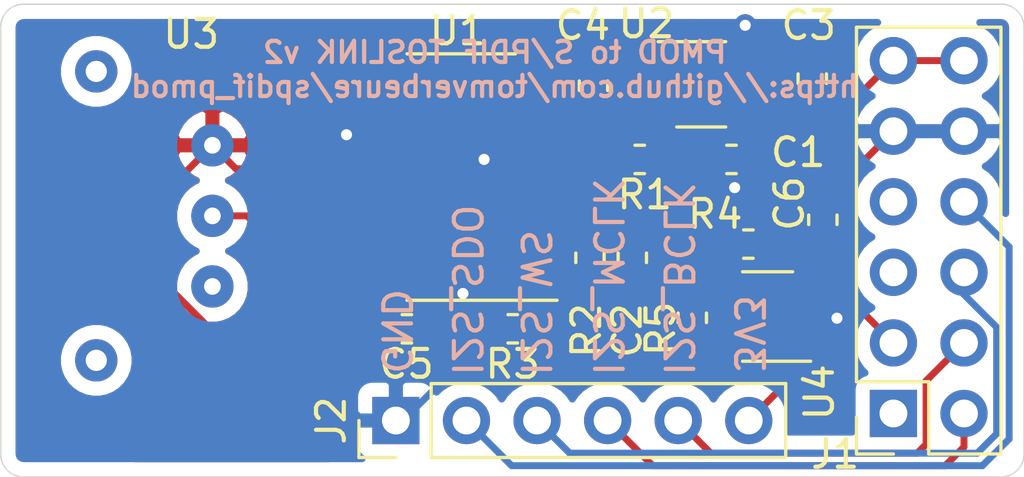
<source format=kicad_pcb>
(kicad_pcb (version 20171130) (host pcbnew 5.1.6-c6e7f7d~86~ubuntu18.04.1)

  (general
    (thickness 1.6)
    (drawings 15)
    (tracks 189)
    (zones 0)
    (modules 17)
    (nets 18)
  )

  (page A4)
  (layers
    (0 F.Cu signal)
    (31 B.Cu signal)
    (32 B.Adhes user)
    (33 F.Adhes user)
    (34 B.Paste user)
    (35 F.Paste user)
    (36 B.SilkS user)
    (37 F.SilkS user)
    (38 B.Mask user)
    (39 F.Mask user)
    (40 Dwgs.User user)
    (41 Cmts.User user)
    (42 Eco1.User user)
    (43 Eco2.User user)
    (44 Edge.Cuts user)
    (45 Margin user)
    (46 B.CrtYd user)
    (47 F.CrtYd user)
    (48 B.Fab user hide)
    (49 F.Fab user hide)
  )

  (setup
    (last_trace_width 0.25)
    (trace_clearance 0.2)
    (zone_clearance 0.508)
    (zone_45_only no)
    (trace_min 0.2)
    (via_size 0.8)
    (via_drill 0.4)
    (via_min_size 0.4)
    (via_min_drill 0.3)
    (uvia_size 0.3)
    (uvia_drill 0.1)
    (uvias_allowed no)
    (uvia_min_size 0.2)
    (uvia_min_drill 0.1)
    (edge_width 0.05)
    (segment_width 0.2)
    (pcb_text_width 0.3)
    (pcb_text_size 1.5 1.5)
    (mod_edge_width 0.12)
    (mod_text_size 1 1)
    (mod_text_width 0.15)
    (pad_size 1.524 1.524)
    (pad_drill 0.762)
    (pad_to_mask_clearance 0.05)
    (aux_axis_origin 0 0)
    (visible_elements FFFFFF7F)
    (pcbplotparams
      (layerselection 0x010fc_ffffffff)
      (usegerberextensions false)
      (usegerberattributes true)
      (usegerberadvancedattributes true)
      (creategerberjobfile true)
      (excludeedgelayer true)
      (linewidth 0.100000)
      (plotframeref false)
      (viasonmask false)
      (mode 1)
      (useauxorigin false)
      (hpglpennumber 1)
      (hpglpenspeed 20)
      (hpglpendiameter 15.000000)
      (psnegative false)
      (psa4output false)
      (plotreference true)
      (plotvalue true)
      (plotinvisibletext false)
      (padsonsilk false)
      (subtractmaskfromsilk false)
      (outputformat 1)
      (mirror false)
      (drillshape 0)
      (scaleselection 1)
      (outputdirectory "gerbers/"))
  )

  (net 0 "")
  (net 1 GND)
  (net 2 +3V3)
  (net 3 "Net-(C2-Pad2)")
  (net 4 "Net-(C2-Pad1)")
  (net 5 +5V)
  (net 6 "Net-(R4-Pad1)")
  (net 7 /I2S_SDO)
  (net 8 /I2S_WS)
  (net 9 /I2S_BCLK)
  (net 10 /I2S_MCLK)
  (net 11 /SPDIF)
  (net 12 "Net-(R5-Pad1)")
  (net 13 "Net-(C3-Pad2)")
  (net 14 "Net-(C3-Pad1)")
  (net 15 "Net-(R1-Pad2)")
  (net 16 "Net-(R3-Pad1)")
  (net 17 /SPDIF5V)

  (net_class Default "This is the default net class."
    (clearance 0.2)
    (trace_width 0.25)
    (via_dia 0.8)
    (via_drill 0.4)
    (uvia_dia 0.3)
    (uvia_drill 0.1)
    (add_net +3V3)
    (add_net +5V)
    (add_net /I2S_BCLK)
    (add_net /I2S_MCLK)
    (add_net /I2S_SDO)
    (add_net /I2S_WS)
    (add_net /SPDIF)
    (add_net /SPDIF5V)
    (add_net GND)
    (add_net "Net-(C2-Pad1)")
    (add_net "Net-(C2-Pad2)")
    (add_net "Net-(C3-Pad1)")
    (add_net "Net-(C3-Pad2)")
    (add_net "Net-(R1-Pad2)")
    (add_net "Net-(R3-Pad1)")
    (add_net "Net-(R4-Pad1)")
    (add_net "Net-(R5-Pad1)")
  )

  (module Capacitor_SMD:C_0603_1608Metric_Pad1.05x0.95mm_HandSolder (layer F.Cu) (tedit 5B301BBE) (tstamp 5FF6062C)
    (at 159.131 60.593 270)
    (descr "Capacitor SMD 0603 (1608 Metric), square (rectangular) end terminal, IPC_7351 nominal with elongated pad for handsoldering. (Body size source: http://www.tortai-tech.com/upload/download/2011102023233369053.pdf), generated with kicad-footprint-generator")
    (tags "capacitor handsolder")
    (path /6008FFBF)
    (attr smd)
    (fp_text reference C6 (at -0.5855 1.2065 270) (layer F.SilkS)
      (effects (font (size 1 1) (thickness 0.15)))
    )
    (fp_text value 0.1uF (at 0 1.43 90) (layer F.Fab)
      (effects (font (size 1 1) (thickness 0.15)))
    )
    (fp_line (start 1.65 0.73) (end -1.65 0.73) (layer F.CrtYd) (width 0.05))
    (fp_line (start 1.65 -0.73) (end 1.65 0.73) (layer F.CrtYd) (width 0.05))
    (fp_line (start -1.65 -0.73) (end 1.65 -0.73) (layer F.CrtYd) (width 0.05))
    (fp_line (start -1.65 0.73) (end -1.65 -0.73) (layer F.CrtYd) (width 0.05))
    (fp_line (start -0.171267 0.51) (end 0.171267 0.51) (layer F.SilkS) (width 0.12))
    (fp_line (start -0.171267 -0.51) (end 0.171267 -0.51) (layer F.SilkS) (width 0.12))
    (fp_line (start 0.8 0.4) (end -0.8 0.4) (layer F.Fab) (width 0.1))
    (fp_line (start 0.8 -0.4) (end 0.8 0.4) (layer F.Fab) (width 0.1))
    (fp_line (start -0.8 -0.4) (end 0.8 -0.4) (layer F.Fab) (width 0.1))
    (fp_line (start -0.8 0.4) (end -0.8 -0.4) (layer F.Fab) (width 0.1))
    (fp_text user %R (at 0 0 90) (layer F.Fab)
      (effects (font (size 0.4 0.4) (thickness 0.06)))
    )
    (pad 2 smd roundrect (at 0.875 0 270) (size 1.05 0.95) (layers F.Cu F.Paste F.Mask) (roundrect_rratio 0.25)
      (net 2 +3V3))
    (pad 1 smd roundrect (at -0.875 0 270) (size 1.05 0.95) (layers F.Cu F.Paste F.Mask) (roundrect_rratio 0.25)
      (net 1 GND))
    (model ${KISYS3DMOD}/Capacitor_SMD.3dshapes/C_0603_1608Metric.wrl
      (at (xyz 0 0 0))
      (scale (xyz 1 1 1))
      (rotate (xyz 0 0 0))
    )
  )

  (module "custom_parts:TOTXA1350(F)" (layer F.Cu) (tedit 5FF564C9) (tstamp 5FF5DF1A)
    (at 132.08 60.452 90)
    (path /5FF8DD10)
    (fp_text reference U3 (at 6.5405 4.318 180) (layer F.SilkS)
      (effects (font (size 1 1) (thickness 0.15)))
    )
    (fp_text value "TOTX1350(F)" (at 0 -0.5 90) (layer F.Fab)
      (effects (font (size 1 1) (thickness 0.15)))
    )
    (pad 3 thru_hole oval (at 2.54 5.08 270) (size 1.524 1.524) (drill 0.6) (layers *.Cu *.Mask)
      (net 5 +5V))
    (pad 2 thru_hole oval (at 0 5.08 270) (size 1.524 1.524) (drill 0.6) (layers *.Cu *.Mask)
      (net 16 "Net-(R3-Pad1)"))
    (pad 5 thru_hole circle (at 5.2 0.9 90) (size 1.524 1.524) (drill 0.762) (layers *.Cu *.Mask))
    (pad 4 thru_hole circle (at -5.2 0.9 90) (size 1.524 1.524) (drill 0.762) (layers *.Cu *.Mask))
    (pad 1 thru_hole oval (at -2.54 5.08 270) (size 1.524 1.524) (drill 0.6) (layers *.Cu *.Mask))
  )

  (module Package_TO_SOT_SMD:TSOT-23-6_HandSoldering (layer F.Cu) (tedit 5A02FF57) (tstamp 5FFF8BBC)
    (at 154.754 55.692)
    (descr "6-pin TSOT23 package, http://cds.linear.com/docs/en/packaging/SOT_6_05-08-1636.pdf")
    (tags "TSOT-23-6 MK06A TSOT-6 Hand-soldering")
    (path /5FF9B62A)
    (attr smd)
    (fp_text reference U2 (at -1.973 -2.1615 180) (layer F.SilkS)
      (effects (font (size 1 1) (thickness 0.15)))
    )
    (fp_text value CAT3200-5 (at 0 2.5) (layer F.Fab)
      (effects (font (size 1 1) (thickness 0.15)))
    )
    (fp_line (start 2.96 1.7) (end -2.96 1.7) (layer F.CrtYd) (width 0.05))
    (fp_line (start 2.96 1.7) (end 2.96 -1.7) (layer F.CrtYd) (width 0.05))
    (fp_line (start -2.96 -1.7) (end -2.96 1.7) (layer F.CrtYd) (width 0.05))
    (fp_line (start -2.96 -1.7) (end 2.96 -1.7) (layer F.CrtYd) (width 0.05))
    (fp_line (start 0.88 -1.45) (end 0.88 1.45) (layer F.Fab) (width 0.1))
    (fp_line (start 0.88 1.45) (end -0.88 1.45) (layer F.Fab) (width 0.1))
    (fp_line (start -0.88 -1) (end -0.88 1.45) (layer F.Fab) (width 0.1))
    (fp_line (start 0.88 -1.45) (end -0.43 -1.45) (layer F.Fab) (width 0.1))
    (fp_line (start -0.88 -1) (end -0.43 -1.45) (layer F.Fab) (width 0.1))
    (fp_line (start 0.88 -1.51) (end -1.55 -1.51) (layer F.SilkS) (width 0.12))
    (fp_line (start -0.88 1.56) (end 0.88 1.56) (layer F.SilkS) (width 0.12))
    (fp_text user %R (at 0 0 90) (layer F.Fab)
      (effects (font (size 0.5 0.5) (thickness 0.075)))
    )
    (pad 6 smd rect (at 1.71 -0.95) (size 2 0.65) (layers F.Cu F.Paste F.Mask)
      (net 14 "Net-(C3-Pad1)"))
    (pad 5 smd rect (at 1.71 0) (size 2 0.65) (layers F.Cu F.Paste F.Mask)
      (net 2 +3V3))
    (pad 4 smd rect (at 1.71 0.95) (size 2 0.65) (layers F.Cu F.Paste F.Mask)
      (net 13 "Net-(C3-Pad2)"))
    (pad 3 smd rect (at -1.71 0.95) (size 2 0.65) (layers F.Cu F.Paste F.Mask)
      (net 15 "Net-(R1-Pad2)"))
    (pad 2 smd rect (at -1.71 0) (size 2 0.65) (layers F.Cu F.Paste F.Mask)
      (net 1 GND))
    (pad 1 smd rect (at -1.71 -0.95) (size 2 0.65) (layers F.Cu F.Paste F.Mask)
      (net 5 +5V))
    (model ${KISYS3DMOD}/Package_TO_SOT_SMD.3dshapes/TSOT-23-6.wrl
      (at (xyz 0 0 0))
      (scale (xyz 1 1 1))
      (rotate (xyz 0 0 0))
    )
  )

  (module Connector_PinHeader_2.54mm:PinHeader_1x06_P2.54mm_Vertical (layer F.Cu) (tedit 59FED5CC) (tstamp 5FF5B56D)
    (at 143.764 67.818 90)
    (descr "Through hole straight pin header, 1x06, 2.54mm pitch, single row")
    (tags "Through hole pin header THT 1x06 2.54mm single row")
    (path /60015CD3)
    (fp_text reference J2 (at 0 -2.33 90) (layer F.SilkS)
      (effects (font (size 1 1) (thickness 0.15)))
    )
    (fp_text value Conn_01x06_Male (at 0 15.03 90) (layer F.Fab)
      (effects (font (size 1 1) (thickness 0.15)))
    )
    (fp_line (start -0.635 -1.27) (end 1.27 -1.27) (layer F.Fab) (width 0.1))
    (fp_line (start 1.27 -1.27) (end 1.27 13.97) (layer F.Fab) (width 0.1))
    (fp_line (start 1.27 13.97) (end -1.27 13.97) (layer F.Fab) (width 0.1))
    (fp_line (start -1.27 13.97) (end -1.27 -0.635) (layer F.Fab) (width 0.1))
    (fp_line (start -1.27 -0.635) (end -0.635 -1.27) (layer F.Fab) (width 0.1))
    (fp_line (start -1.33 14.03) (end 1.33 14.03) (layer F.SilkS) (width 0.12))
    (fp_line (start -1.33 1.27) (end -1.33 14.03) (layer F.SilkS) (width 0.12))
    (fp_line (start 1.33 1.27) (end 1.33 14.03) (layer F.SilkS) (width 0.12))
    (fp_line (start -1.33 1.27) (end 1.33 1.27) (layer F.SilkS) (width 0.12))
    (fp_line (start -1.33 0) (end -1.33 -1.33) (layer F.SilkS) (width 0.12))
    (fp_line (start -1.33 -1.33) (end 0 -1.33) (layer F.SilkS) (width 0.12))
    (fp_line (start -1.8 -1.8) (end -1.8 14.5) (layer F.CrtYd) (width 0.05))
    (fp_line (start -1.8 14.5) (end 1.8 14.5) (layer F.CrtYd) (width 0.05))
    (fp_line (start 1.8 14.5) (end 1.8 -1.8) (layer F.CrtYd) (width 0.05))
    (fp_line (start 1.8 -1.8) (end -1.8 -1.8) (layer F.CrtYd) (width 0.05))
    (fp_text user %R (at 0 6.35) (layer F.Fab)
      (effects (font (size 1 1) (thickness 0.15)))
    )
    (pad 6 thru_hole oval (at 0 12.7 90) (size 1.7 1.7) (drill 1) (layers *.Cu *.Mask)
      (net 2 +3V3))
    (pad 5 thru_hole oval (at 0 10.16 90) (size 1.7 1.7) (drill 1) (layers *.Cu *.Mask)
      (net 9 /I2S_BCLK))
    (pad 4 thru_hole oval (at 0 7.62 90) (size 1.7 1.7) (drill 1) (layers *.Cu *.Mask)
      (net 10 /I2S_MCLK))
    (pad 3 thru_hole oval (at 0 5.08 90) (size 1.7 1.7) (drill 1) (layers *.Cu *.Mask)
      (net 8 /I2S_WS))
    (pad 2 thru_hole oval (at 0 2.54 90) (size 1.7 1.7) (drill 1) (layers *.Cu *.Mask)
      (net 7 /I2S_SDO))
    (pad 1 thru_hole rect (at 0 0 90) (size 1.7 1.7) (drill 1) (layers *.Cu *.Mask)
      (net 1 GND))
    (model ${KISYS3DMOD}/Connector_PinHeader_2.54mm.3dshapes/PinHeader_1x06_P2.54mm_Vertical.wrl
      (at (xyz 0 0 0))
      (scale (xyz 1 1 1))
      (rotate (xyz 0 0 0))
    )
  )

  (module Package_TO_SOT_SMD:SOT-23-6 (layer F.Cu) (tedit 5A02FF57) (tstamp 5FF5AEC5)
    (at 157.142 64.074 180)
    (descr "6-pin SOT-23 package")
    (tags SOT-23-6)
    (path /5FFCD7AD)
    (attr smd)
    (fp_text reference U4 (at -1.862 -2.728 90) (layer F.SilkS)
      (effects (font (size 1 1) (thickness 0.15)))
    )
    (fp_text value SN74LVC1T45DBV (at 0 2.9) (layer F.Fab)
      (effects (font (size 1 1) (thickness 0.15)))
    )
    (fp_line (start 0.9 -1.55) (end 0.9 1.55) (layer F.Fab) (width 0.1))
    (fp_line (start 0.9 1.55) (end -0.9 1.55) (layer F.Fab) (width 0.1))
    (fp_line (start -0.9 -0.9) (end -0.9 1.55) (layer F.Fab) (width 0.1))
    (fp_line (start 0.9 -1.55) (end -0.25 -1.55) (layer F.Fab) (width 0.1))
    (fp_line (start -0.9 -0.9) (end -0.25 -1.55) (layer F.Fab) (width 0.1))
    (fp_line (start -1.9 -1.8) (end -1.9 1.8) (layer F.CrtYd) (width 0.05))
    (fp_line (start -1.9 1.8) (end 1.9 1.8) (layer F.CrtYd) (width 0.05))
    (fp_line (start 1.9 1.8) (end 1.9 -1.8) (layer F.CrtYd) (width 0.05))
    (fp_line (start 1.9 -1.8) (end -1.9 -1.8) (layer F.CrtYd) (width 0.05))
    (fp_line (start 0.9 -1.61) (end -1.55 -1.61) (layer F.SilkS) (width 0.12))
    (fp_line (start -0.9 1.61) (end 0.9 1.61) (layer F.SilkS) (width 0.12))
    (fp_text user %R (at 0 0 90) (layer F.Fab)
      (effects (font (size 0.5 0.5) (thickness 0.075)))
    )
    (pad 5 smd rect (at 1.1 0 180) (size 1.06 0.65) (layers F.Cu F.Paste F.Mask)
      (net 6 "Net-(R4-Pad1)"))
    (pad 6 smd rect (at 1.1 -0.95 180) (size 1.06 0.65) (layers F.Cu F.Paste F.Mask)
      (net 5 +5V))
    (pad 4 smd rect (at 1.1 0.95 180) (size 1.06 0.65) (layers F.Cu F.Paste F.Mask)
      (net 17 /SPDIF5V))
    (pad 3 smd rect (at -1.1 0.95 180) (size 1.06 0.65) (layers F.Cu F.Paste F.Mask)
      (net 11 /SPDIF))
    (pad 2 smd rect (at -1.1 0 180) (size 1.06 0.65) (layers F.Cu F.Paste F.Mask)
      (net 1 GND))
    (pad 1 smd rect (at -1.1 -0.95 180) (size 1.06 0.65) (layers F.Cu F.Paste F.Mask)
      (net 2 +3V3))
    (model ${KISYS3DMOD}/Package_TO_SOT_SMD.3dshapes/SOT-23-6.wrl
      (at (xyz 0 0 0))
      (scale (xyz 1 1 1))
      (rotate (xyz 0 0 0))
    )
  )

  (module Resistor_SMD:R_0603_1608Metric_Pad1.05x0.95mm_HandSolder (layer F.Cu) (tedit 5B301BBD) (tstamp 5FF5AEAF)
    (at 154.432 64.121 90)
    (descr "Resistor SMD 0603 (1608 Metric), square (rectangular) end terminal, IPC_7351 nominal with elongated pad for handsoldering. (Body size source: http://www.tortai-tech.com/upload/download/2011102023233369053.pdf), generated with kicad-footprint-generator")
    (tags "resistor handsolder")
    (path /5FFD0999)
    (attr smd)
    (fp_text reference R5 (at -0.395 -1.143 90) (layer F.SilkS)
      (effects (font (size 1 1) (thickness 0.15)))
    )
    (fp_text value 0 (at 0 1.43 90) (layer F.Fab)
      (effects (font (size 1 1) (thickness 0.15)))
    )
    (fp_line (start 1.65 0.73) (end -1.65 0.73) (layer F.CrtYd) (width 0.05))
    (fp_line (start 1.65 -0.73) (end 1.65 0.73) (layer F.CrtYd) (width 0.05))
    (fp_line (start -1.65 -0.73) (end 1.65 -0.73) (layer F.CrtYd) (width 0.05))
    (fp_line (start -1.65 0.73) (end -1.65 -0.73) (layer F.CrtYd) (width 0.05))
    (fp_line (start -0.171267 0.51) (end 0.171267 0.51) (layer F.SilkS) (width 0.12))
    (fp_line (start -0.171267 -0.51) (end 0.171267 -0.51) (layer F.SilkS) (width 0.12))
    (fp_line (start 0.8 0.4) (end -0.8 0.4) (layer F.Fab) (width 0.1))
    (fp_line (start 0.8 -0.4) (end 0.8 0.4) (layer F.Fab) (width 0.1))
    (fp_line (start -0.8 -0.4) (end 0.8 -0.4) (layer F.Fab) (width 0.1))
    (fp_line (start -0.8 0.4) (end -0.8 -0.4) (layer F.Fab) (width 0.1))
    (fp_text user %R (at 0 0 90) (layer F.Fab)
      (effects (font (size 0.4 0.4) (thickness 0.06)))
    )
    (pad 2 smd roundrect (at 0.875 0 90) (size 1.05 0.95) (layers F.Cu F.Paste F.Mask) (roundrect_rratio 0.25)
      (net 17 /SPDIF5V))
    (pad 1 smd roundrect (at -0.875 0 90) (size 1.05 0.95) (layers F.Cu F.Paste F.Mask) (roundrect_rratio 0.25)
      (net 12 "Net-(R5-Pad1)"))
    (model ${KISYS3DMOD}/Resistor_SMD.3dshapes/R_0603_1608Metric.wrl
      (at (xyz 0 0 0))
      (scale (xyz 1 1 1))
      (rotate (xyz 0 0 0))
    )
  )

  (module Resistor_SMD:R_0603_1608Metric_Pad1.05x0.95mm_HandSolder (layer F.Cu) (tedit 5B301BBD) (tstamp 5FF5BEC4)
    (at 156.45 61.468)
    (descr "Resistor SMD 0603 (1608 Metric), square (rectangular) end terminal, IPC_7351 nominal with elongated pad for handsoldering. (Body size source: http://www.tortai-tech.com/upload/download/2011102023233369053.pdf), generated with kicad-footprint-generator")
    (tags "resistor handsolder")
    (path /5FFDDE8F)
    (attr smd)
    (fp_text reference R4 (at -1.1925 -1.0795 180) (layer F.SilkS)
      (effects (font (size 1 1) (thickness 0.15)))
    )
    (fp_text value 1K (at 0 1.43) (layer F.Fab)
      (effects (font (size 1 1) (thickness 0.15)))
    )
    (fp_line (start 1.65 0.73) (end -1.65 0.73) (layer F.CrtYd) (width 0.05))
    (fp_line (start 1.65 -0.73) (end 1.65 0.73) (layer F.CrtYd) (width 0.05))
    (fp_line (start -1.65 -0.73) (end 1.65 -0.73) (layer F.CrtYd) (width 0.05))
    (fp_line (start -1.65 0.73) (end -1.65 -0.73) (layer F.CrtYd) (width 0.05))
    (fp_line (start -0.171267 0.51) (end 0.171267 0.51) (layer F.SilkS) (width 0.12))
    (fp_line (start -0.171267 -0.51) (end 0.171267 -0.51) (layer F.SilkS) (width 0.12))
    (fp_line (start 0.8 0.4) (end -0.8 0.4) (layer F.Fab) (width 0.1))
    (fp_line (start 0.8 -0.4) (end 0.8 0.4) (layer F.Fab) (width 0.1))
    (fp_line (start -0.8 -0.4) (end 0.8 -0.4) (layer F.Fab) (width 0.1))
    (fp_line (start -0.8 0.4) (end -0.8 -0.4) (layer F.Fab) (width 0.1))
    (fp_text user %R (at 0 0) (layer F.Fab)
      (effects (font (size 0.4 0.4) (thickness 0.06)))
    )
    (pad 2 smd roundrect (at 0.875 0) (size 1.05 0.95) (layers F.Cu F.Paste F.Mask) (roundrect_rratio 0.25)
      (net 2 +3V3))
    (pad 1 smd roundrect (at -0.875 0) (size 1.05 0.95) (layers F.Cu F.Paste F.Mask) (roundrect_rratio 0.25)
      (net 6 "Net-(R4-Pad1)"))
    (model ${KISYS3DMOD}/Resistor_SMD.3dshapes/R_0603_1608Metric.wrl
      (at (xyz 0 0 0))
      (scale (xyz 1 1 1))
      (rotate (xyz 0 0 0))
    )
  )

  (module custom_parts:PMOD_Male locked (layer F.Cu) (tedit 5E519846) (tstamp 5FF5AE2D)
    (at 161.671 67.564 180)
    (descr "Through hole straight pin header, 2x06, 2.54mm pitch, double rows")
    (tags "Through hole pin header THT 2x06 2.54mm double row")
    (path /5FFEBF4A)
    (fp_text reference J1 (at 2.0955 -1.4605) (layer F.SilkS)
      (effects (font (size 1 1) (thickness 0.15)))
    )
    (fp_text value PMOD (at -1.27 14.395) (layer F.Fab)
      (effects (font (size 1 1) (thickness 0.15)))
    )
    (fp_line (start -4.35 -1.927) (end 1.8 -1.927) (layer F.CrtYd) (width 0.05))
    (fp_line (start -4.35 14.373) (end -4.35 -1.927) (layer F.CrtYd) (width 0.05))
    (fp_line (start 1.8 14.373) (end -4.35 14.373) (layer F.CrtYd) (width 0.05))
    (fp_line (start 1.8 -1.927) (end 1.8 14.373) (layer F.CrtYd) (width 0.05))
    (fp_line (start 1.33 -1.457) (end 0 -1.457) (layer F.SilkS) (width 0.12))
    (fp_line (start 1.33 -0.127) (end 1.33 -1.457) (layer F.SilkS) (width 0.12))
    (fp_line (start -1.27 -1.457) (end -3.87 -1.457) (layer F.SilkS) (width 0.12))
    (fp_line (start -1.27 1.143) (end -1.27 -1.457) (layer F.SilkS) (width 0.12))
    (fp_line (start 1.33 1.143) (end -1.27 1.143) (layer F.SilkS) (width 0.12))
    (fp_line (start -3.87 -1.457) (end -3.87 13.903) (layer F.SilkS) (width 0.12))
    (fp_line (start 1.33 1.143) (end 1.33 13.903) (layer F.SilkS) (width 0.12))
    (fp_line (start 1.33 13.903) (end -3.87 13.903) (layer F.SilkS) (width 0.12))
    (fp_line (start 1.27 -0.127) (end 0 -1.397) (layer F.Fab) (width 0.1))
    (fp_line (start 1.27 13.843) (end 1.27 -0.127) (layer F.Fab) (width 0.1))
    (fp_line (start -3.81 13.843) (end 1.27 13.843) (layer F.Fab) (width 0.1))
    (fp_line (start -3.81 -1.397) (end -3.81 13.843) (layer F.Fab) (width 0.1))
    (fp_line (start 0 -1.397) (end -3.81 -1.397) (layer F.Fab) (width 0.1))
    (fp_text user %R (at -1.27 5.715 90) (layer F.Fab)
      (effects (font (size 1 1) (thickness 0.15)))
    )
    (pad 12 thru_hole oval (at -2.54 12.7 180) (size 1.7 1.7) (drill 1) (layers *.Cu *.Mask)
      (net 2 +3V3))
    (pad 6 thru_hole oval (at 0 12.7 180) (size 1.7 1.7) (drill 1) (layers *.Cu *.Mask)
      (net 2 +3V3))
    (pad 11 thru_hole oval (at -2.54 10.16 180) (size 1.7 1.7) (drill 1) (layers *.Cu *.Mask)
      (net 1 GND))
    (pad 5 thru_hole oval (at 0 10.16 180) (size 1.7 1.7) (drill 1) (layers *.Cu *.Mask)
      (net 1 GND))
    (pad 10 thru_hole oval (at -2.54 7.62 180) (size 1.7 1.7) (drill 1) (layers *.Cu *.Mask)
      (net 7 /I2S_SDO))
    (pad 4 thru_hole oval (at 0 7.62 180) (size 1.7 1.7) (drill 1) (layers *.Cu *.Mask))
    (pad 9 thru_hole oval (at -2.54 5.08 180) (size 1.7 1.7) (drill 1) (layers *.Cu *.Mask)
      (net 8 /I2S_WS))
    (pad 3 thru_hole oval (at 0 5.08 180) (size 1.7 1.7) (drill 1) (layers *.Cu *.Mask))
    (pad 8 thru_hole oval (at -2.54 2.54 180) (size 1.7 1.7) (drill 1) (layers *.Cu *.Mask)
      (net 9 /I2S_BCLK))
    (pad 2 thru_hole oval (at 0 2.54 180) (size 1.7 1.7) (drill 1) (layers *.Cu *.Mask)
      (net 11 /SPDIF))
    (pad 7 thru_hole oval (at -2.54 0 180) (size 1.7 1.7) (drill 1) (layers *.Cu *.Mask)
      (net 10 /I2S_MCLK))
    (pad 1 thru_hole rect (at 0 0 180) (size 1.7 1.7) (drill 1) (layers *.Cu *.Mask))
    (model ${KISYS3DMOD}/Connector_PinHeader_2.54mm.3dshapes/PinHeader_2x06_P2.54mm_Vertical.wrl
      (offset (xyz -2.54 0 0))
      (scale (xyz 1 1 1))
      (rotate (xyz 0 0 0))
    )
  )

  (module Capacitor_SMD:C_0603_1608Metric_Pad1.05x0.95mm_HandSolder (layer F.Cu) (tedit 5B301BBE) (tstamp 5FFF8D35)
    (at 144.159 64.516)
    (descr "Capacitor SMD 0603 (1608 Metric), square (rectangular) end terminal, IPC_7351 nominal with elongated pad for handsoldering. (Body size source: http://www.tortai-tech.com/upload/download/2011102023233369053.pdf), generated with kicad-footprint-generator")
    (tags "capacitor handsolder")
    (path /5FFB9838)
    (attr smd)
    (fp_text reference C5 (at -0.014 1.27) (layer F.SilkS)
      (effects (font (size 1 1) (thickness 0.15)))
    )
    (fp_text value 0.1uF (at 0 1.43) (layer F.Fab)
      (effects (font (size 1 1) (thickness 0.15)))
    )
    (fp_line (start 1.65 0.73) (end -1.65 0.73) (layer F.CrtYd) (width 0.05))
    (fp_line (start 1.65 -0.73) (end 1.65 0.73) (layer F.CrtYd) (width 0.05))
    (fp_line (start -1.65 -0.73) (end 1.65 -0.73) (layer F.CrtYd) (width 0.05))
    (fp_line (start -1.65 0.73) (end -1.65 -0.73) (layer F.CrtYd) (width 0.05))
    (fp_line (start -0.171267 0.51) (end 0.171267 0.51) (layer F.SilkS) (width 0.12))
    (fp_line (start -0.171267 -0.51) (end 0.171267 -0.51) (layer F.SilkS) (width 0.12))
    (fp_line (start 0.8 0.4) (end -0.8 0.4) (layer F.Fab) (width 0.1))
    (fp_line (start 0.8 -0.4) (end 0.8 0.4) (layer F.Fab) (width 0.1))
    (fp_line (start -0.8 -0.4) (end 0.8 -0.4) (layer F.Fab) (width 0.1))
    (fp_line (start -0.8 0.4) (end -0.8 -0.4) (layer F.Fab) (width 0.1))
    (fp_text user %R (at 0 0) (layer F.Fab)
      (effects (font (size 0.4 0.4) (thickness 0.06)))
    )
    (pad 2 smd roundrect (at 0.875 0) (size 1.05 0.95) (layers F.Cu F.Paste F.Mask) (roundrect_rratio 0.25)
      (net 1 GND))
    (pad 1 smd roundrect (at -0.875 0) (size 1.05 0.95) (layers F.Cu F.Paste F.Mask) (roundrect_rratio 0.25)
      (net 5 +5V))
    (model ${KISYS3DMOD}/Capacitor_SMD.3dshapes/C_0603_1608Metric.wrl
      (at (xyz 0 0 0))
      (scale (xyz 1 1 1))
      (rotate (xyz 0 0 0))
    )
  )

  (module Package_SO:SOIC-14_3.9x8.7mm_P1.27mm (layer F.Cu) (tedit 5D9F72B1) (tstamp 5FF5AA8A)
    (at 146.115 59.055 180)
    (descr "SOIC, 14 Pin (JEDEC MS-012AB, https://www.analog.com/media/en/package-pcb-resources/package/pkg_pdf/soic_narrow-r/r_14.pdf), generated with kicad-footprint-generator ipc_gullwing_generator.py")
    (tags "SOIC SO")
    (path /5FF96A66)
    (attr smd)
    (fp_text reference U1 (at 0.1285 5.2705) (layer F.SilkS)
      (effects (font (size 1 1) (thickness 0.15)))
    )
    (fp_text value 74HC04 (at 0 5.28) (layer F.Fab)
      (effects (font (size 1 1) (thickness 0.15)))
    )
    (fp_line (start 3.7 -4.58) (end -3.7 -4.58) (layer F.CrtYd) (width 0.05))
    (fp_line (start 3.7 4.58) (end 3.7 -4.58) (layer F.CrtYd) (width 0.05))
    (fp_line (start -3.7 4.58) (end 3.7 4.58) (layer F.CrtYd) (width 0.05))
    (fp_line (start -3.7 -4.58) (end -3.7 4.58) (layer F.CrtYd) (width 0.05))
    (fp_line (start -1.95 -3.35) (end -0.975 -4.325) (layer F.Fab) (width 0.1))
    (fp_line (start -1.95 4.325) (end -1.95 -3.35) (layer F.Fab) (width 0.1))
    (fp_line (start 1.95 4.325) (end -1.95 4.325) (layer F.Fab) (width 0.1))
    (fp_line (start 1.95 -4.325) (end 1.95 4.325) (layer F.Fab) (width 0.1))
    (fp_line (start -0.975 -4.325) (end 1.95 -4.325) (layer F.Fab) (width 0.1))
    (fp_line (start 0 -4.435) (end -3.45 -4.435) (layer F.SilkS) (width 0.12))
    (fp_line (start 0 -4.435) (end 1.95 -4.435) (layer F.SilkS) (width 0.12))
    (fp_line (start 0 4.435) (end -1.95 4.435) (layer F.SilkS) (width 0.12))
    (fp_line (start 0 4.435) (end 1.95 4.435) (layer F.SilkS) (width 0.12))
    (fp_text user %R (at 0 0) (layer F.Fab)
      (effects (font (size 0.98 0.98) (thickness 0.15)))
    )
    (pad 14 smd roundrect (at 2.475 -3.81 180) (size 1.95 0.6) (layers F.Cu F.Paste F.Mask) (roundrect_rratio 0.25)
      (net 5 +5V))
    (pad 13 smd roundrect (at 2.475 -2.54 180) (size 1.95 0.6) (layers F.Cu F.Paste F.Mask) (roundrect_rratio 0.25)
      (net 1 GND))
    (pad 12 smd roundrect (at 2.475 -1.27 180) (size 1.95 0.6) (layers F.Cu F.Paste F.Mask) (roundrect_rratio 0.25))
    (pad 11 smd roundrect (at 2.475 0 180) (size 1.95 0.6) (layers F.Cu F.Paste F.Mask) (roundrect_rratio 0.25)
      (net 1 GND))
    (pad 10 smd roundrect (at 2.475 1.27 180) (size 1.95 0.6) (layers F.Cu F.Paste F.Mask) (roundrect_rratio 0.25))
    (pad 9 smd roundrect (at 2.475 2.54 180) (size 1.95 0.6) (layers F.Cu F.Paste F.Mask) (roundrect_rratio 0.25)
      (net 1 GND))
    (pad 8 smd roundrect (at 2.475 3.81 180) (size 1.95 0.6) (layers F.Cu F.Paste F.Mask) (roundrect_rratio 0.25))
    (pad 7 smd roundrect (at -2.475 3.81 180) (size 1.95 0.6) (layers F.Cu F.Paste F.Mask) (roundrect_rratio 0.25)
      (net 1 GND))
    (pad 6 smd roundrect (at -2.475 2.54 180) (size 1.95 0.6) (layers F.Cu F.Paste F.Mask) (roundrect_rratio 0.25))
    (pad 5 smd roundrect (at -2.475 1.27 180) (size 1.95 0.6) (layers F.Cu F.Paste F.Mask) (roundrect_rratio 0.25)
      (net 1 GND))
    (pad 4 smd roundrect (at -2.475 0 180) (size 1.95 0.6) (layers F.Cu F.Paste F.Mask) (roundrect_rratio 0.25)
      (net 4 "Net-(C2-Pad1)"))
    (pad 3 smd roundrect (at -2.475 -1.27 180) (size 1.95 0.6) (layers F.Cu F.Paste F.Mask) (roundrect_rratio 0.25)
      (net 12 "Net-(R5-Pad1)"))
    (pad 2 smd roundrect (at -2.475 -2.54 180) (size 1.95 0.6) (layers F.Cu F.Paste F.Mask) (roundrect_rratio 0.25)
      (net 4 "Net-(C2-Pad1)"))
    (pad 1 smd roundrect (at -2.475 -3.81 180) (size 1.95 0.6) (layers F.Cu F.Paste F.Mask) (roundrect_rratio 0.25)
      (net 12 "Net-(R5-Pad1)"))
    (model ${KISYS3DMOD}/Package_SO.3dshapes/SOIC-14_3.9x8.7mm_P1.27mm.wrl
      (at (xyz 0 0 0))
      (scale (xyz 1 1 1))
      (rotate (xyz 0 0 0))
    )
  )

  (module Resistor_SMD:R_0603_1608Metric_Pad1.05x0.95mm_HandSolder (layer F.Cu) (tedit 5B301BBD) (tstamp 5FF5AA6A)
    (at 147.969 64.516)
    (descr "Resistor SMD 0603 (1608 Metric), square (rectangular) end terminal, IPC_7351 nominal with elongated pad for handsoldering. (Body size source: http://www.tortai-tech.com/upload/download/2011102023233369053.pdf), generated with kicad-footprint-generator")
    (tags "resistor handsolder")
    (path /5FF8E87E)
    (attr smd)
    (fp_text reference R3 (at 0 1.27) (layer F.SilkS)
      (effects (font (size 1 1) (thickness 0.15)))
    )
    (fp_text value 120 (at 0 1.43) (layer F.Fab)
      (effects (font (size 1 1) (thickness 0.15)))
    )
    (fp_line (start 1.65 0.73) (end -1.65 0.73) (layer F.CrtYd) (width 0.05))
    (fp_line (start 1.65 -0.73) (end 1.65 0.73) (layer F.CrtYd) (width 0.05))
    (fp_line (start -1.65 -0.73) (end 1.65 -0.73) (layer F.CrtYd) (width 0.05))
    (fp_line (start -1.65 0.73) (end -1.65 -0.73) (layer F.CrtYd) (width 0.05))
    (fp_line (start -0.171267 0.51) (end 0.171267 0.51) (layer F.SilkS) (width 0.12))
    (fp_line (start -0.171267 -0.51) (end 0.171267 -0.51) (layer F.SilkS) (width 0.12))
    (fp_line (start 0.8 0.4) (end -0.8 0.4) (layer F.Fab) (width 0.1))
    (fp_line (start 0.8 -0.4) (end 0.8 0.4) (layer F.Fab) (width 0.1))
    (fp_line (start -0.8 -0.4) (end 0.8 -0.4) (layer F.Fab) (width 0.1))
    (fp_line (start -0.8 0.4) (end -0.8 -0.4) (layer F.Fab) (width 0.1))
    (fp_text user %R (at 0 0) (layer F.Fab)
      (effects (font (size 0.4 0.4) (thickness 0.06)))
    )
    (pad 2 smd roundrect (at 0.875 0) (size 1.05 0.95) (layers F.Cu F.Paste F.Mask) (roundrect_rratio 0.25)
      (net 3 "Net-(C2-Pad2)"))
    (pad 1 smd roundrect (at -0.875 0) (size 1.05 0.95) (layers F.Cu F.Paste F.Mask) (roundrect_rratio 0.25)
      (net 16 "Net-(R3-Pad1)"))
    (model ${KISYS3DMOD}/Resistor_SMD.3dshapes/R_0603_1608Metric.wrl
      (at (xyz 0 0 0))
      (scale (xyz 1 1 1))
      (rotate (xyz 0 0 0))
    )
  )

  (module Resistor_SMD:R_0603_1608Metric_Pad1.05x0.95mm_HandSolder (layer F.Cu) (tedit 5B301BBD) (tstamp 5FF5AA59)
    (at 150.749 61.962 90)
    (descr "Resistor SMD 0603 (1608 Metric), square (rectangular) end terminal, IPC_7351 nominal with elongated pad for handsoldering. (Body size source: http://www.tortai-tech.com/upload/download/2011102023233369053.pdf), generated with kicad-footprint-generator")
    (tags "resistor handsolder")
    (path /5FF8F232)
    (attr smd)
    (fp_text reference R2 (at -2.6175 -0.127 90) (layer F.SilkS)
      (effects (font (size 1 1) (thickness 0.15)))
    )
    (fp_text value 390 (at 0 1.43 90) (layer F.Fab)
      (effects (font (size 1 1) (thickness 0.15)))
    )
    (fp_line (start 1.65 0.73) (end -1.65 0.73) (layer F.CrtYd) (width 0.05))
    (fp_line (start 1.65 -0.73) (end 1.65 0.73) (layer F.CrtYd) (width 0.05))
    (fp_line (start -1.65 -0.73) (end 1.65 -0.73) (layer F.CrtYd) (width 0.05))
    (fp_line (start -1.65 0.73) (end -1.65 -0.73) (layer F.CrtYd) (width 0.05))
    (fp_line (start -0.171267 0.51) (end 0.171267 0.51) (layer F.SilkS) (width 0.12))
    (fp_line (start -0.171267 -0.51) (end 0.171267 -0.51) (layer F.SilkS) (width 0.12))
    (fp_line (start 0.8 0.4) (end -0.8 0.4) (layer F.Fab) (width 0.1))
    (fp_line (start 0.8 -0.4) (end 0.8 0.4) (layer F.Fab) (width 0.1))
    (fp_line (start -0.8 -0.4) (end 0.8 -0.4) (layer F.Fab) (width 0.1))
    (fp_line (start -0.8 0.4) (end -0.8 -0.4) (layer F.Fab) (width 0.1))
    (fp_text user %R (at 0 0 90) (layer F.Fab)
      (effects (font (size 0.4 0.4) (thickness 0.06)))
    )
    (pad 2 smd roundrect (at 0.875 0 90) (size 1.05 0.95) (layers F.Cu F.Paste F.Mask) (roundrect_rratio 0.25)
      (net 4 "Net-(C2-Pad1)"))
    (pad 1 smd roundrect (at -0.875 0 90) (size 1.05 0.95) (layers F.Cu F.Paste F.Mask) (roundrect_rratio 0.25)
      (net 3 "Net-(C2-Pad2)"))
    (model ${KISYS3DMOD}/Resistor_SMD.3dshapes/R_0603_1608Metric.wrl
      (at (xyz 0 0 0))
      (scale (xyz 1 1 1))
      (rotate (xyz 0 0 0))
    )
  )

  (module Resistor_SMD:R_0603_1608Metric_Pad1.05x0.95mm_HandSolder (layer F.Cu) (tedit 5B301BBD) (tstamp 5FF5AA48)
    (at 152.541 58.42 180)
    (descr "Resistor SMD 0603 (1608 Metric), square (rectangular) end terminal, IPC_7351 nominal with elongated pad for handsoldering. (Body size source: http://www.tortai-tech.com/upload/download/2011102023233369053.pdf), generated with kicad-footprint-generator")
    (tags "resistor handsolder")
    (path /5FFA5C57)
    (attr smd)
    (fp_text reference R1 (at -0.1765 -1.27) (layer F.SilkS)
      (effects (font (size 1 1) (thickness 0.15)))
    )
    (fp_text value 1K (at 0 1.43) (layer F.Fab)
      (effects (font (size 1 1) (thickness 0.15)))
    )
    (fp_line (start 1.65 0.73) (end -1.65 0.73) (layer F.CrtYd) (width 0.05))
    (fp_line (start 1.65 -0.73) (end 1.65 0.73) (layer F.CrtYd) (width 0.05))
    (fp_line (start -1.65 -0.73) (end 1.65 -0.73) (layer F.CrtYd) (width 0.05))
    (fp_line (start -1.65 0.73) (end -1.65 -0.73) (layer F.CrtYd) (width 0.05))
    (fp_line (start -0.171267 0.51) (end 0.171267 0.51) (layer F.SilkS) (width 0.12))
    (fp_line (start -0.171267 -0.51) (end 0.171267 -0.51) (layer F.SilkS) (width 0.12))
    (fp_line (start 0.8 0.4) (end -0.8 0.4) (layer F.Fab) (width 0.1))
    (fp_line (start 0.8 -0.4) (end 0.8 0.4) (layer F.Fab) (width 0.1))
    (fp_line (start -0.8 -0.4) (end 0.8 -0.4) (layer F.Fab) (width 0.1))
    (fp_line (start -0.8 0.4) (end -0.8 -0.4) (layer F.Fab) (width 0.1))
    (fp_text user %R (at 0 0) (layer F.Fab)
      (effects (font (size 0.4 0.4) (thickness 0.06)))
    )
    (pad 2 smd roundrect (at 0.875 0 180) (size 1.05 0.95) (layers F.Cu F.Paste F.Mask) (roundrect_rratio 0.25)
      (net 15 "Net-(R1-Pad2)"))
    (pad 1 smd roundrect (at -0.875 0 180) (size 1.05 0.95) (layers F.Cu F.Paste F.Mask) (roundrect_rratio 0.25)
      (net 2 +3V3))
    (model ${KISYS3DMOD}/Resistor_SMD.3dshapes/R_0603_1608Metric.wrl
      (at (xyz 0 0 0))
      (scale (xyz 1 1 1))
      (rotate (xyz 0 0 0))
    )
  )

  (module Capacitor_SMD:C_0603_1608Metric_Pad1.05x0.95mm_HandSolder (layer F.Cu) (tedit 5B301BBE) (tstamp 5FFF8C4C)
    (at 150.876 55.767 270)
    (descr "Capacitor SMD 0603 (1608 Metric), square (rectangular) end terminal, IPC_7351 nominal with elongated pad for handsoldering. (Body size source: http://www.tortai-tech.com/upload/download/2011102023233369053.pdf), generated with kicad-footprint-generator")
    (tags "capacitor handsolder")
    (path /5FFACA3D)
    (attr smd)
    (fp_text reference C4 (at -2.173 0.381 180) (layer F.SilkS)
      (effects (font (size 1 1) (thickness 0.15)))
    )
    (fp_text value 1uF (at 0 1.43 90) (layer F.Fab)
      (effects (font (size 1 1) (thickness 0.15)))
    )
    (fp_line (start 1.65 0.73) (end -1.65 0.73) (layer F.CrtYd) (width 0.05))
    (fp_line (start 1.65 -0.73) (end 1.65 0.73) (layer F.CrtYd) (width 0.05))
    (fp_line (start -1.65 -0.73) (end 1.65 -0.73) (layer F.CrtYd) (width 0.05))
    (fp_line (start -1.65 0.73) (end -1.65 -0.73) (layer F.CrtYd) (width 0.05))
    (fp_line (start -0.171267 0.51) (end 0.171267 0.51) (layer F.SilkS) (width 0.12))
    (fp_line (start -0.171267 -0.51) (end 0.171267 -0.51) (layer F.SilkS) (width 0.12))
    (fp_line (start 0.8 0.4) (end -0.8 0.4) (layer F.Fab) (width 0.1))
    (fp_line (start 0.8 -0.4) (end 0.8 0.4) (layer F.Fab) (width 0.1))
    (fp_line (start -0.8 -0.4) (end 0.8 -0.4) (layer F.Fab) (width 0.1))
    (fp_line (start -0.8 0.4) (end -0.8 -0.4) (layer F.Fab) (width 0.1))
    (fp_text user %R (at 0 0 90) (layer F.Fab)
      (effects (font (size 0.4 0.4) (thickness 0.06)))
    )
    (pad 2 smd roundrect (at 0.875 0 270) (size 1.05 0.95) (layers F.Cu F.Paste F.Mask) (roundrect_rratio 0.25)
      (net 1 GND))
    (pad 1 smd roundrect (at -0.875 0 270) (size 1.05 0.95) (layers F.Cu F.Paste F.Mask) (roundrect_rratio 0.25)
      (net 5 +5V))
    (model ${KISYS3DMOD}/Capacitor_SMD.3dshapes/C_0603_1608Metric.wrl
      (at (xyz 0 0 0))
      (scale (xyz 1 1 1))
      (rotate (xyz 0 0 0))
    )
  )

  (module Capacitor_SMD:C_0603_1608Metric_Pad1.05x0.95mm_HandSolder (layer F.Cu) (tedit 5B301BBE) (tstamp 5FF5CF36)
    (at 158.75 55.513 270)
    (descr "Capacitor SMD 0603 (1608 Metric), square (rectangular) end terminal, IPC_7351 nominal with elongated pad for handsoldering. (Body size source: http://www.tortai-tech.com/upload/download/2011102023233369053.pdf), generated with kicad-footprint-generator")
    (tags "capacitor handsolder")
    (path /5FF9E2B2)
    (attr smd)
    (fp_text reference C3 (at -1.919 0.127 180) (layer F.SilkS)
      (effects (font (size 1 1) (thickness 0.15)))
    )
    (fp_text value 1uF (at 0 1.43 90) (layer F.Fab)
      (effects (font (size 1 1) (thickness 0.15)))
    )
    (fp_line (start 1.65 0.73) (end -1.65 0.73) (layer F.CrtYd) (width 0.05))
    (fp_line (start 1.65 -0.73) (end 1.65 0.73) (layer F.CrtYd) (width 0.05))
    (fp_line (start -1.65 -0.73) (end 1.65 -0.73) (layer F.CrtYd) (width 0.05))
    (fp_line (start -1.65 0.73) (end -1.65 -0.73) (layer F.CrtYd) (width 0.05))
    (fp_line (start -0.171267 0.51) (end 0.171267 0.51) (layer F.SilkS) (width 0.12))
    (fp_line (start -0.171267 -0.51) (end 0.171267 -0.51) (layer F.SilkS) (width 0.12))
    (fp_line (start 0.8 0.4) (end -0.8 0.4) (layer F.Fab) (width 0.1))
    (fp_line (start 0.8 -0.4) (end 0.8 0.4) (layer F.Fab) (width 0.1))
    (fp_line (start -0.8 -0.4) (end 0.8 -0.4) (layer F.Fab) (width 0.1))
    (fp_line (start -0.8 0.4) (end -0.8 -0.4) (layer F.Fab) (width 0.1))
    (fp_text user %R (at 0 0 90) (layer F.Fab)
      (effects (font (size 0.4 0.4) (thickness 0.06)))
    )
    (pad 2 smd roundrect (at 0.875 0 270) (size 1.05 0.95) (layers F.Cu F.Paste F.Mask) (roundrect_rratio 0.25)
      (net 13 "Net-(C3-Pad2)"))
    (pad 1 smd roundrect (at -0.875 0 270) (size 1.05 0.95) (layers F.Cu F.Paste F.Mask) (roundrect_rratio 0.25)
      (net 14 "Net-(C3-Pad1)"))
    (model ${KISYS3DMOD}/Capacitor_SMD.3dshapes/C_0603_1608Metric.wrl
      (at (xyz 0 0 0))
      (scale (xyz 1 1 1))
      (rotate (xyz 0 0 0))
    )
  )

  (module Capacitor_SMD:C_0603_1608Metric_Pad1.05x0.95mm_HandSolder (layer F.Cu) (tedit 5B301BBE) (tstamp 5FF5AA15)
    (at 152.273 61.962 270)
    (descr "Capacitor SMD 0603 (1608 Metric), square (rectangular) end terminal, IPC_7351 nominal with elongated pad for handsoldering. (Body size source: http://www.tortai-tech.com/upload/download/2011102023233369053.pdf), generated with kicad-footprint-generator")
    (tags "capacitor handsolder")
    (path /5FF8FAF9)
    (attr smd)
    (fp_text reference C2 (at 2.6175 0.1905 90) (layer F.SilkS)
      (effects (font (size 1 1) (thickness 0.15)))
    )
    (fp_text value 47p (at 0 1.43 90) (layer F.Fab)
      (effects (font (size 1 1) (thickness 0.15)))
    )
    (fp_line (start 1.65 0.73) (end -1.65 0.73) (layer F.CrtYd) (width 0.05))
    (fp_line (start 1.65 -0.73) (end 1.65 0.73) (layer F.CrtYd) (width 0.05))
    (fp_line (start -1.65 -0.73) (end 1.65 -0.73) (layer F.CrtYd) (width 0.05))
    (fp_line (start -1.65 0.73) (end -1.65 -0.73) (layer F.CrtYd) (width 0.05))
    (fp_line (start -0.171267 0.51) (end 0.171267 0.51) (layer F.SilkS) (width 0.12))
    (fp_line (start -0.171267 -0.51) (end 0.171267 -0.51) (layer F.SilkS) (width 0.12))
    (fp_line (start 0.8 0.4) (end -0.8 0.4) (layer F.Fab) (width 0.1))
    (fp_line (start 0.8 -0.4) (end 0.8 0.4) (layer F.Fab) (width 0.1))
    (fp_line (start -0.8 -0.4) (end 0.8 -0.4) (layer F.Fab) (width 0.1))
    (fp_line (start -0.8 0.4) (end -0.8 -0.4) (layer F.Fab) (width 0.1))
    (fp_text user %R (at 0 0 90) (layer F.Fab)
      (effects (font (size 0.4 0.4) (thickness 0.06)))
    )
    (pad 2 smd roundrect (at 0.875 0 270) (size 1.05 0.95) (layers F.Cu F.Paste F.Mask) (roundrect_rratio 0.25)
      (net 3 "Net-(C2-Pad2)"))
    (pad 1 smd roundrect (at -0.875 0 270) (size 1.05 0.95) (layers F.Cu F.Paste F.Mask) (roundrect_rratio 0.25)
      (net 4 "Net-(C2-Pad1)"))
    (model ${KISYS3DMOD}/Capacitor_SMD.3dshapes/C_0603_1608Metric.wrl
      (at (xyz 0 0 0))
      (scale (xyz 1 1 1))
      (rotate (xyz 0 0 0))
    )
  )

  (module Capacitor_SMD:C_0603_1608Metric_Pad1.05x0.95mm_HandSolder (layer F.Cu) (tedit 5B301BBE) (tstamp 5FF5AA04)
    (at 155.843 58.42 180)
    (descr "Capacitor SMD 0603 (1608 Metric), square (rectangular) end terminal, IPC_7351 nominal with elongated pad for handsoldering. (Body size source: http://www.tortai-tech.com/upload/download/2011102023233369053.pdf), generated with kicad-footprint-generator")
    (tags "capacitor handsolder")
    (path /5FFA8EDA)
    (attr smd)
    (fp_text reference C1 (at -2.399 0.254) (layer F.SilkS)
      (effects (font (size 1 1) (thickness 0.15)))
    )
    (fp_text value 1uF (at 0 1.43) (layer F.Fab)
      (effects (font (size 1 1) (thickness 0.15)))
    )
    (fp_line (start 1.65 0.73) (end -1.65 0.73) (layer F.CrtYd) (width 0.05))
    (fp_line (start 1.65 -0.73) (end 1.65 0.73) (layer F.CrtYd) (width 0.05))
    (fp_line (start -1.65 -0.73) (end 1.65 -0.73) (layer F.CrtYd) (width 0.05))
    (fp_line (start -1.65 0.73) (end -1.65 -0.73) (layer F.CrtYd) (width 0.05))
    (fp_line (start -0.171267 0.51) (end 0.171267 0.51) (layer F.SilkS) (width 0.12))
    (fp_line (start -0.171267 -0.51) (end 0.171267 -0.51) (layer F.SilkS) (width 0.12))
    (fp_line (start 0.8 0.4) (end -0.8 0.4) (layer F.Fab) (width 0.1))
    (fp_line (start 0.8 -0.4) (end 0.8 0.4) (layer F.Fab) (width 0.1))
    (fp_line (start -0.8 -0.4) (end 0.8 -0.4) (layer F.Fab) (width 0.1))
    (fp_line (start -0.8 0.4) (end -0.8 -0.4) (layer F.Fab) (width 0.1))
    (fp_text user %R (at 0 0) (layer F.Fab)
      (effects (font (size 0.4 0.4) (thickness 0.06)))
    )
    (pad 2 smd roundrect (at 0.875 0 180) (size 1.05 0.95) (layers F.Cu F.Paste F.Mask) (roundrect_rratio 0.25)
      (net 1 GND))
    (pad 1 smd roundrect (at -0.875 0 180) (size 1.05 0.95) (layers F.Cu F.Paste F.Mask) (roundrect_rratio 0.25)
      (net 2 +3V3))
    (model ${KISYS3DMOD}/Capacitor_SMD.3dshapes/C_0603_1608Metric.wrl
      (at (xyz 0 0 0))
      (scale (xyz 1 1 1))
      (rotate (xyz 0 0 0))
    )
  )

  (gr_arc (start 165.5445 69.0245) (end 165.5445 69.85) (angle -90) (layer Edge.Cuts) (width 0.05) (tstamp 6001462D))
  (gr_arc (start 130.3655 69.0245) (end 129.54 69.0245) (angle -90) (layer Edge.Cuts) (width 0.05) (tstamp 6001462D))
  (gr_arc (start 130.3655 53.6575) (end 130.3655 52.832) (angle -90) (layer Edge.Cuts) (width 0.05) (tstamp 60014620))
  (gr_arc (start 165.5445 53.6575) (end 166.37 53.6575) (angle -90) (layer Edge.Cuts) (width 0.05))
  (gr_text 3V3 (at 156.464 66.167 270) (layer B.SilkS)
    (effects (font (size 1 1) (thickness 0.15)) (justify left mirror))
  )
  (gr_text I2S_BCLK (at 153.924 66.294 270) (layer B.SilkS)
    (effects (font (size 1 1) (thickness 0.15)) (justify left mirror))
  )
  (gr_text I2S_MCLK (at 151.384 66.294 270) (layer B.SilkS)
    (effects (font (size 1 1) (thickness 0.15)) (justify left mirror))
  )
  (gr_text I2S_WS (at 148.7805 66.294 270) (layer B.SilkS)
    (effects (font (size 1 1) (thickness 0.15)) (justify left mirror))
  )
  (gr_text I2S_SDO (at 146.304 66.294 270) (layer B.SilkS)
    (effects (font (size 1 1) (thickness 0.15)) (justify left mirror))
  )
  (gr_text GND (at 143.764 66.2305 270) (layer B.SilkS)
    (effects (font (size 1 1) (thickness 0.15)) (justify left mirror))
  )
  (gr_text "PMOD to S/PDIF TOSLINK v2\nhttps://github.com/tomverbeure/spdif_pmod" (at 147.32 55.1815) (layer B.SilkS)
    (effects (font (size 0.762 0.762) (thickness 0.15)) (justify mirror))
  )
  (gr_line (start 166.37 69.0245) (end 166.37 53.6575) (layer Edge.Cuts) (width 0.05) (tstamp 5FF5E40A))
  (gr_line (start 130.3655 69.85) (end 165.5445 69.85) (layer Edge.Cuts) (width 0.05))
  (gr_line (start 129.54 53.6575) (end 129.54 69.0245) (layer Edge.Cuts) (width 0.05))
  (gr_line (start 165.5445 52.832) (end 130.3655 52.832) (layer Edge.Cuts) (width 0.05) (tstamp 5FF60F6A))

  (segment (start 151.826 55.692) (end 153.044 55.692) (width 0.25) (layer F.Cu) (net 1))
  (segment (start 150.876 56.642) (end 151.826 55.692) (width 0.25) (layer F.Cu) (net 1))
  (segment (start 159.385 59.69) (end 161.671 57.404) (width 0.25) (layer F.Cu) (net 1))
  (segment (start 159.385 59.718) (end 159.385 59.69) (width 0.25) (layer F.Cu) (net 1))
  (segment (start 150.81599 56.70201) (end 150.876 56.642) (width 0.25) (layer F.Cu) (net 1))
  (segment (start 143.64 61.595) (end 144.615 61.595) (width 0.25) (layer F.Cu) (net 1))
  (segment (start 144.615 56.515) (end 143.64 56.515) (width 0.25) (layer F.Cu) (net 1))
  (segment (start 143.64 59.055) (end 144.615 59.055) (width 0.25) (layer F.Cu) (net 1))
  (segment (start 148.59 55.245) (end 147.615 55.245) (width 0.25) (layer F.Cu) (net 1))
  (segment (start 149.733 57.785) (end 150.876 56.642) (width 0.25) (layer F.Cu) (net 1))
  (segment (start 148.59 57.785) (end 149.733 57.785) (width 0.25) (layer F.Cu) (net 1))
  (segment (start 161.417 57.658) (end 161.671 57.404) (width 0.25) (layer B.Cu) (net 1))
  (segment (start 149.565 57.785) (end 148.59 57.785) (width 0.25) (layer F.Cu) (net 1))
  (segment (start 154.874 54.421998) (end 155.320998 53.975) (width 0.25) (layer F.Cu) (net 1))
  (via (at 156.337 53.594) (size 0.8) (drill 0.4) (layers F.Cu B.Cu) (net 1))
  (segment (start 155.956 53.975) (end 156.337 53.594) (width 0.25) (layer F.Cu) (net 1))
  (segment (start 155.320998 53.975) (end 155.956 53.975) (width 0.25) (layer F.Cu) (net 1))
  (segment (start 156.337 53.594) (end 156.337 57.658) (width 0.25) (layer B.Cu) (net 1))
  (segment (start 154.178 57.658) (end 156.337 57.658) (width 0.25) (layer B.Cu) (net 1))
  (segment (start 154.361 55.692) (end 154.874 55.179) (width 0.25) (layer F.Cu) (net 1))
  (segment (start 153.044 55.692) (end 154.361 55.692) (width 0.25) (layer F.Cu) (net 1))
  (segment (start 154.874 55.179) (end 154.874 54.421998) (width 0.25) (layer F.Cu) (net 1))
  (via (at 155.956 59.436) (size 0.8) (drill 0.4) (layers F.Cu B.Cu) (net 1))
  (segment (start 154.968 58.448) (end 155.956 59.436) (width 0.25) (layer F.Cu) (net 1))
  (segment (start 154.968 58.42) (end 154.968 58.448) (width 0.25) (layer F.Cu) (net 1))
  (segment (start 155.956 58.039) (end 156.337 57.658) (width 0.25) (layer B.Cu) (net 1))
  (segment (start 155.956 59.436) (end 155.956 58.039) (width 0.25) (layer B.Cu) (net 1))
  (segment (start 161.671 57.404) (end 164.211 57.404) (width 0.25) (layer B.Cu) (net 1))
  (segment (start 156.591 57.404) (end 156.337 57.658) (width 0.25) (layer B.Cu) (net 1))
  (segment (start 161.671 57.404) (end 156.591 57.404) (width 0.25) (layer B.Cu) (net 1))
  (via (at 159.639 64.135) (size 0.8) (drill 0.4) (layers F.Cu B.Cu) (net 1))
  (segment (start 158.242 64.074) (end 159.578 64.074) (width 0.25) (layer F.Cu) (net 1))
  (segment (start 159.578 64.074) (end 159.639 64.135) (width 0.25) (layer F.Cu) (net 1))
  (segment (start 155.956 60.452) (end 155.956 59.436) (width 0.25) (layer B.Cu) (net 1))
  (segment (start 159.639 64.135) (end 155.956 60.452) (width 0.25) (layer B.Cu) (net 1))
  (segment (start 152.146 59.69) (end 154.178 57.658) (width 0.25) (layer B.Cu) (net 1))
  (via (at 146.177 63.246) (size 0.8) (drill 0.4) (layers F.Cu B.Cu) (net 1))
  (segment (start 145.034 64.389) (end 146.177 63.246) (width 0.25) (layer F.Cu) (net 1))
  (segment (start 145.034 64.516) (end 145.034 64.389) (width 0.25) (layer F.Cu) (net 1))
  (segment (start 146.177 63.246) (end 147.066 64.135) (width 0.25) (layer B.Cu) (net 1))
  (segment (start 147.066 64.135) (end 147.701 64.135) (width 0.25) (layer B.Cu) (net 1))
  (segment (start 147.701 64.135) (end 152.146 59.69) (width 0.25) (layer B.Cu) (net 1))
  (segment (start 143.764 68.072) (end 147.701 64.135) (width 0.25) (layer B.Cu) (net 1))
  (segment (start 143.263232 59.055) (end 143.64 59.055) (width 0.25) (layer F.Cu) (net 1))
  (segment (start 142.33999 59.978242) (end 143.263232 59.055) (width 0.25) (layer F.Cu) (net 1))
  (segment (start 142.33999 61.26999) (end 142.33999 59.978242) (width 0.25) (layer F.Cu) (net 1))
  (segment (start 142.665 61.595) (end 142.33999 61.26999) (width 0.25) (layer F.Cu) (net 1))
  (segment (start 143.64 61.595) (end 142.665 61.595) (width 0.25) (layer F.Cu) (net 1))
  (segment (start 142.33999 57.438242) (end 143.263232 56.515) (width 0.25) (layer F.Cu) (net 1))
  (segment (start 142.33999 58.72999) (end 142.33999 57.438242) (width 0.25) (layer F.Cu) (net 1))
  (segment (start 142.665 59.055) (end 142.33999 58.72999) (width 0.25) (layer F.Cu) (net 1))
  (segment (start 143.263232 56.515) (end 143.64 56.515) (width 0.25) (layer F.Cu) (net 1))
  (segment (start 143.64 59.055) (end 142.665 59.055) (width 0.25) (layer F.Cu) (net 1))
  (via (at 141.986 57.531) (size 0.8) (drill 0.4) (layers F.Cu B.Cu) (net 1))
  (segment (start 142.078758 57.438242) (end 141.986 57.531) (width 0.25) (layer F.Cu) (net 1))
  (segment (start 142.33999 57.438242) (end 142.078758 57.438242) (width 0.25) (layer F.Cu) (net 1))
  (segment (start 146.177 61.722) (end 146.177 63.246) (width 0.25) (layer B.Cu) (net 1))
  (segment (start 141.986 57.531) (end 146.177 61.722) (width 0.25) (layer B.Cu) (net 1))
  (segment (start 148.59 55.245) (end 147.447 55.245) (width 0.25) (layer F.Cu) (net 1))
  (segment (start 147.615 57.785) (end 148.59 57.785) (width 0.25) (layer F.Cu) (net 1))
  (segment (start 147.28999 57.45999) (end 147.615 57.785) (width 0.25) (layer F.Cu) (net 1))
  (segment (start 147.447 55.245) (end 147.28999 55.40201) (width 0.25) (layer F.Cu) (net 1))
  (via (at 146.939 58.42) (size 0.8) (drill 0.4) (layers F.Cu B.Cu) (net 1))
  (segment (start 147.28999 58.06901) (end 146.939 58.42) (width 0.25) (layer F.Cu) (net 1))
  (segment (start 147.28999 56.61199) (end 147.28999 58.06901) (width 0.25) (layer F.Cu) (net 1))
  (segment (start 147.28999 55.40201) (end 147.28999 56.61199) (width 0.25) (layer F.Cu) (net 1))
  (segment (start 147.28999 56.61199) (end 147.28999 57.45999) (width 0.25) (layer F.Cu) (net 1))
  (segment (start 146.177 59.182) (end 146.177 61.722) (width 0.25) (layer B.Cu) (net 1))
  (segment (start 146.939 58.42) (end 146.177 59.182) (width 0.25) (layer B.Cu) (net 1))
  (segment (start 155.586508 55.692) (end 156.464 55.692) (width 0.25) (layer F.Cu) (net 2))
  (segment (start 154.369001 57.466999) (end 154.369001 56.909507) (width 0.25) (layer F.Cu) (net 2))
  (segment (start 153.416 58.42) (end 154.369001 57.466999) (width 0.25) (layer F.Cu) (net 2))
  (segment (start 155.138999 56.139509) (end 154.788254 56.490254) (width 0.25) (layer F.Cu) (net 2))
  (segment (start 154.369001 56.909507) (end 154.788254 56.490254) (width 0.25) (layer F.Cu) (net 2))
  (segment (start 161.671 54.864) (end 164.211 54.864) (width 0.25) (layer F.Cu) (net 2))
  (segment (start 155.138999 56.139509) (end 155.169254 56.109254) (width 0.25) (layer F.Cu) (net 2))
  (segment (start 155.138999 57.227001) (end 155.138999 56.139509) (width 0.25) (layer F.Cu) (net 2))
  (segment (start 155.531988 57.61999) (end 155.138999 57.227001) (width 0.25) (layer F.Cu) (net 2))
  (segment (start 155.91799 57.61999) (end 155.531988 57.61999) (width 0.25) (layer F.Cu) (net 2))
  (segment (start 155.169254 56.109254) (end 155.586508 55.692) (width 0.25) (layer F.Cu) (net 2))
  (segment (start 156.718 58.42) (end 155.91799 57.61999) (width 0.25) (layer F.Cu) (net 2))
  (segment (start 154.788254 56.490254) (end 155.169254 56.109254) (width 0.25) (layer F.Cu) (net 2))
  (segment (start 158.242 66.04) (end 156.464 67.818) (width 0.25) (layer F.Cu) (net 2))
  (segment (start 158.242 65.024) (end 158.242 66.04) (width 0.25) (layer F.Cu) (net 2))
  (segment (start 158.242 59.69) (end 156.718 58.166) (width 0.25) (layer F.Cu) (net 2))
  (segment (start 158.242 61.468) (end 158.242 59.69) (width 0.25) (layer F.Cu) (net 2))
  (segment (start 158.242 58.293) (end 158.242 59.69) (width 0.25) (layer F.Cu) (net 2))
  (segment (start 161.671 54.864) (end 158.242 58.293) (width 0.25) (layer F.Cu) (net 2))
  (segment (start 157.386999 64.948999) (end 157.386999 61.529999) (width 0.25) (layer F.Cu) (net 2))
  (segment (start 157.386999 61.529999) (end 157.325 61.468) (width 0.25) (layer F.Cu) (net 2))
  (segment (start 157.462 65.024) (end 157.386999 64.948999) (width 0.25) (layer F.Cu) (net 2))
  (segment (start 158.242 65.024) (end 157.462 65.024) (width 0.25) (layer F.Cu) (net 2))
  (segment (start 157.325 61.468) (end 158.242 61.468) (width 0.25) (layer F.Cu) (net 2))
  (segment (start 158.242 61.468) (end 159.131 61.468) (width 0.25) (layer F.Cu) (net 2))
  (segment (start 148.844 64.516) (end 148.971 64.516) (width 0.25) (layer F.Cu) (net 3))
  (segment (start 149.07 64.516) (end 150.749 62.837) (width 0.25) (layer F.Cu) (net 3))
  (segment (start 148.844 64.516) (end 149.07 64.516) (width 0.25) (layer F.Cu) (net 3))
  (segment (start 152.273 62.837) (end 150.749 62.837) (width 0.25) (layer F.Cu) (net 3))
  (segment (start 147.615 59.055) (end 148.59 59.055) (width 0.25) (layer F.Cu) (net 4))
  (segment (start 147.28999 59.38001) (end 147.615 59.055) (width 0.25) (layer F.Cu) (net 4))
  (segment (start 147.28999 61.26999) (end 147.28999 59.38001) (width 0.25) (layer F.Cu) (net 4))
  (segment (start 147.615 61.595) (end 147.28999 61.26999) (width 0.25) (layer F.Cu) (net 4))
  (segment (start 148.59 61.595) (end 147.615 61.595) (width 0.25) (layer F.Cu) (net 4))
  (segment (start 150.749 60.239) (end 150.749 61.087) (width 0.25) (layer F.Cu) (net 4))
  (segment (start 149.565 59.055) (end 150.749 60.239) (width 0.25) (layer F.Cu) (net 4))
  (segment (start 148.59 59.055) (end 149.565 59.055) (width 0.25) (layer F.Cu) (net 4))
  (segment (start 150.749 61.087) (end 152.273 61.087) (width 0.25) (layer F.Cu) (net 4))
  (segment (start 152.894 54.892) (end 153.044 54.742) (width 0.25) (layer F.Cu) (net 5))
  (segment (start 150.876 54.892) (end 152.894 54.892) (width 0.25) (layer F.Cu) (net 5))
  (segment (start 137.16 57.912) (end 135.128 59.944) (width 0.25) (layer F.Cu) (net 5))
  (segment (start 155.21999 65.84601) (end 156.042 65.024) (width 0.25) (layer F.Cu) (net 5))
  (segment (start 138.405248 65.84601) (end 155.21999 65.84601) (width 0.25) (layer F.Cu) (net 5))
  (segment (start 135.128 62.568762) (end 137.435119 64.875881) (width 0.25) (layer F.Cu) (net 5))
  (segment (start 135.128 59.944) (end 135.128 62.568762) (width 0.25) (layer F.Cu) (net 5))
  (segment (start 137.435119 64.875881) (end 138.405248 65.84601) (width 0.25) (layer F.Cu) (net 5) (tstamp 5FF6155D))
  (segment (start 150.876 54.864) (end 149.86 53.848) (width 0.25) (layer F.Cu) (net 5))
  (segment (start 150.876 54.892) (end 150.876 54.864) (width 0.25) (layer F.Cu) (net 5))
  (segment (start 149.96899 53.95699) (end 149.86 53.848) (width 0.25) (layer F.Cu) (net 5))
  (segment (start 143.284 63.221) (end 143.64 62.865) (width 0.25) (layer F.Cu) (net 5))
  (segment (start 143.284 64.516) (end 143.284 63.221) (width 0.25) (layer F.Cu) (net 5))
  (segment (start 141.8175 62.0175) (end 140.843 61.087) (width 0.25) (layer F.Cu) (net 5))
  (segment (start 142.665 62.865) (end 141.8175 62.0175) (width 0.25) (layer F.Cu) (net 5))
  (segment (start 143.64 62.865) (end 142.665 62.865) (width 0.25) (layer F.Cu) (net 5))
  (segment (start 149.606 53.594) (end 149.86 53.848) (width 0.25) (layer F.Cu) (net 5))
  (segment (start 140.716 55.372) (end 142.494 53.594) (width 0.25) (layer F.Cu) (net 5))
  (segment (start 140.716 58.801) (end 140.716 55.372) (width 0.25) (layer F.Cu) (net 5))
  (segment (start 139.192 58.757) (end 140.716 58.801) (width 0.25) (layer F.Cu) (net 5))
  (segment (start 138.005 58.757) (end 139.192 58.757) (width 0.25) (layer F.Cu) (net 5))
  (segment (start 137.16 57.912) (end 138.005 58.757) (width 0.25) (layer F.Cu) (net 5))
  (segment (start 145.796 59.818232) (end 145.796 53.594) (width 0.25) (layer F.Cu) (net 5))
  (segment (start 145.288 60.326232) (end 145.796 59.818232) (width 0.25) (layer F.Cu) (net 5))
  (segment (start 145.288 62.484) (end 145.288 60.326232) (width 0.25) (layer F.Cu) (net 5))
  (segment (start 143.64 62.865) (end 144.907 62.865) (width 0.25) (layer F.Cu) (net 5))
  (segment (start 144.907 62.865) (end 145.288 62.484) (width 0.25) (layer F.Cu) (net 5))
  (segment (start 145.796 53.594) (end 149.606 53.594) (width 0.25) (layer F.Cu) (net 5))
  (segment (start 142.494 53.594) (end 145.796 53.594) (width 0.25) (layer F.Cu) (net 5))
  (segment (start 153.63199 62.7255) (end 154.88949 61.468) (width 0.25) (layer F.Cu) (net 6))
  (segment (start 153.63199 63.7665) (end 153.63199 62.7255) (width 0.25) (layer F.Cu) (net 6))
  (segment (start 153.9615 64.09601) (end 153.63199 63.7665) (width 0.25) (layer F.Cu) (net 6))
  (segment (start 156.01999 64.09601) (end 153.9615 64.09601) (width 0.25) (layer F.Cu) (net 6))
  (segment (start 156.042 64.074) (end 156.01999 64.09601) (width 0.25) (layer F.Cu) (net 6))
  (segment (start 154.88949 61.468) (end 155.956 61.468) (width 0.25) (layer F.Cu) (net 6))
  (segment (start 147.929012 69.443012) (end 146.304 67.818) (width 0.25) (layer B.Cu) (net 7))
  (segment (start 164.211 59.944) (end 165.836012 61.569012) (width 0.25) (layer B.Cu) (net 7))
  (segment (start 164.873398 69.443012) (end 147.929012 69.443012) (width 0.25) (layer B.Cu) (net 7))
  (segment (start 165.836012 68.480398) (end 164.873398 69.443012) (width 0.25) (layer B.Cu) (net 7))
  (segment (start 165.836012 61.569012) (end 165.836012 68.480398) (width 0.25) (layer B.Cu) (net 7))
  (segment (start 165.386001 64.459999) (end 164.211 63.284998) (width 0.25) (layer B.Cu) (net 8))
  (segment (start 164.211 63.284998) (end 164.211 62.484) (width 0.25) (layer B.Cu) (net 8))
  (segment (start 165.386001 68.293999) (end 165.386001 64.459999) (width 0.25) (layer B.Cu) (net 8))
  (segment (start 164.686999 68.993001) (end 165.386001 68.293999) (width 0.25) (layer B.Cu) (net 8))
  (segment (start 150.019001 68.993001) (end 164.686999 68.993001) (width 0.25) (layer B.Cu) (net 8))
  (segment (start 148.844 67.818) (end 150.019001 68.993001) (width 0.25) (layer B.Cu) (net 8))
  (segment (start 162.527001 68.993001) (end 155.099001 68.993001) (width 0.25) (layer F.Cu) (net 9))
  (segment (start 162.846001 68.674001) (end 162.527001 68.993001) (width 0.25) (layer F.Cu) (net 9))
  (segment (start 155.099001 68.993001) (end 153.924 67.818) (width 0.25) (layer F.Cu) (net 9))
  (segment (start 162.846001 66.388999) (end 162.846001 68.674001) (width 0.25) (layer F.Cu) (net 9))
  (segment (start 164.211 65.024) (end 162.846001 66.388999) (width 0.25) (layer F.Cu) (net 9))
  (segment (start 153.009012 69.443012) (end 151.702205 68.136205) (width 0.25) (layer F.Cu) (net 10))
  (segment (start 163.534069 69.443012) (end 153.009012 69.443012) (width 0.25) (layer F.Cu) (net 10))
  (segment (start 164.211 68.766081) (end 163.534069 69.443012) (width 0.25) (layer F.Cu) (net 10))
  (segment (start 164.211 67.564) (end 164.211 68.766081) (width 0.25) (layer F.Cu) (net 10))
  (segment (start 161.671 65.024) (end 159.771 63.124) (width 0.25) (layer F.Cu) (net 11))
  (segment (start 159.771 63.124) (end 158.242 63.124) (width 0.25) (layer F.Cu) (net 11))
  (segment (start 153.957 64.996) (end 153.181979 64.220979) (width 0.25) (layer F.Cu) (net 12))
  (segment (start 154.432 64.996) (end 153.957 64.996) (width 0.25) (layer F.Cu) (net 12))
  (segment (start 148.966768 62.865) (end 148.59 62.865) (width 0.25) (layer F.Cu) (net 12))
  (segment (start 149.816778 62.01499) (end 148.966768 62.865) (width 0.25) (layer F.Cu) (net 12))
  (segment (start 149.565 60.325) (end 148.59 60.325) (width 0.25) (layer F.Cu) (net 12))
  (segment (start 149.89001 60.65001) (end 149.565 60.325) (width 0.25) (layer F.Cu) (net 12))
  (segment (start 149.89001 61.941758) (end 149.89001 60.65001) (width 0.25) (layer F.Cu) (net 12))
  (segment (start 149.816778 62.01499) (end 149.89001 61.941758) (width 0.25) (layer F.Cu) (net 12))
  (segment (start 152.698268 61.941758) (end 149.89001 61.941758) (width 0.25) (layer F.Cu) (net 12))
  (segment (start 153.181979 62.425469) (end 152.698268 61.941758) (width 0.25) (layer F.Cu) (net 12))
  (segment (start 153.181979 64.220979) (end 153.181979 62.425469) (width 0.25) (layer F.Cu) (net 12))
  (segment (start 156.464 56.642) (end 158.75 56.642) (width 0.25) (layer F.Cu) (net 13))
  (segment (start 158.6 54.742) (end 158.75 54.892) (width 0.25) (layer F.Cu) (net 14))
  (segment (start 156.464 54.742) (end 158.6 54.742) (width 0.25) (layer F.Cu) (net 14))
  (segment (start 151.666 58.02) (end 153.044 56.642) (width 0.25) (layer F.Cu) (net 15))
  (segment (start 151.666 58.42) (end 151.666 58.02) (width 0.25) (layer F.Cu) (net 15))
  (segment (start 138.40749 60.452) (end 137.16 60.452) (width 0.25) (layer F.Cu) (net 16))
  (segment (start 139.573 61.61751) (end 138.40749 60.452) (width 0.25) (layer F.Cu) (net 16))
  (segment (start 139.573 62.12551) (end 139.573 61.61751) (width 0.25) (layer F.Cu) (net 16))
  (segment (start 142.7635 65.31601) (end 139.573 62.12551) (width 0.25) (layer F.Cu) (net 16))
  (segment (start 145.78599 65.31601) (end 142.7635 65.31601) (width 0.25) (layer F.Cu) (net 16))
  (segment (start 146.586 64.516) (end 145.78599 65.31601) (width 0.25) (layer F.Cu) (net 16))
  (segment (start 147.094 64.516) (end 146.586 64.516) (width 0.25) (layer F.Cu) (net 16))
  (segment (start 154.554 63.124) (end 154.432 63.246) (width 0.25) (layer F.Cu) (net 17))
  (segment (start 156.042 63.124) (end 154.554 63.124) (width 0.25) (layer F.Cu) (net 17))

  (zone (net 5) (net_name +5V) (layer F.Cu) (tstamp 6001446B) (hatch edge 0.508)
    (connect_pads (clearance 0.508))
    (min_thickness 0.254)
    (fill yes (arc_segments 32) (thermal_gap 0.508) (thermal_bridge_width 0.508))
    (polygon
      (pts
        (xy 154.686 57.404) (xy 151.892 57.404) (xy 151.892 62.484) (xy 156.845 62.484) (xy 156.845 66.167)
        (xy 141.478 66.167) (xy 141.478 69.342) (xy 134.239 69.342) (xy 134.239 52.832) (xy 154.686 52.832)
      )
    )
    (filled_polygon
      (pts
        (xy 154.559 53.662197) (xy 154.362998 53.858199) (xy 154.356142 53.863825) (xy 154.28818 53.827498) (xy 154.168482 53.791188)
        (xy 154.044 53.778928) (xy 153.32975 53.782) (xy 153.171 53.94075) (xy 153.171 54.615) (xy 153.191 54.615)
        (xy 153.191 54.728928) (xy 152.897 54.728928) (xy 152.897 54.615) (xy 152.917 54.615) (xy 152.917 53.94075)
        (xy 152.75825 53.782) (xy 152.044 53.778928) (xy 151.919518 53.791188) (xy 151.79982 53.827498) (xy 151.736083 53.861567)
        (xy 151.705494 53.836463) (xy 151.59518 53.777498) (xy 151.475482 53.741188) (xy 151.351 53.728928) (xy 151.16175 53.732)
        (xy 151.003 53.89075) (xy 151.003 54.765) (xy 151.023 54.765) (xy 151.023 55.019) (xy 151.003 55.019)
        (xy 151.003 55.039) (xy 150.749 55.039) (xy 150.749 55.019) (xy 150.729 55.019) (xy 150.729 54.765)
        (xy 150.749 54.765) (xy 150.749 53.89075) (xy 150.59025 53.732) (xy 150.401 53.728928) (xy 150.276518 53.741188)
        (xy 150.15682 53.777498) (xy 150.046506 53.836463) (xy 149.949815 53.915815) (xy 149.870463 54.012506) (xy 149.811498 54.12282)
        (xy 149.775188 54.242518) (xy 149.762928 54.367) (xy 149.763247 54.391859) (xy 149.716582 54.366916) (xy 149.568745 54.322071)
        (xy 149.415 54.306928) (xy 147.765 54.306928) (xy 147.611255 54.322071) (xy 147.463418 54.366916) (xy 147.327171 54.439742)
        (xy 147.235528 54.514952) (xy 147.154753 54.539454) (xy 147.022724 54.610026) (xy 146.906999 54.704999) (xy 146.883196 54.734003)
        (xy 146.778993 54.838206) (xy 146.749989 54.862009) (xy 146.705832 54.915815) (xy 146.655016 54.977734) (xy 146.63643 55.012506)
        (xy 146.584444 55.109764) (xy 146.540987 55.253025) (xy 146.52999 55.364678) (xy 146.52999 55.364688) (xy 146.526314 55.40201)
        (xy 146.52999 55.439333) (xy 146.529991 56.574648) (xy 146.52999 56.574658) (xy 146.52999 57.422668) (xy 146.526314 57.45999)
        (xy 146.527324 57.470246) (xy 146.448744 57.502795) (xy 146.279226 57.616063) (xy 146.135063 57.760226) (xy 146.021795 57.929744)
        (xy 145.943774 58.118102) (xy 145.904 58.318061) (xy 145.904 58.521939) (xy 145.943774 58.721898) (xy 146.021795 58.910256)
        (xy 146.135063 59.079774) (xy 146.279226 59.223937) (xy 146.448744 59.337205) (xy 146.527324 59.369754) (xy 146.526314 59.38001)
        (xy 146.529991 59.417342) (xy 146.52999 61.232667) (xy 146.526314 61.26999) (xy 146.52999 61.307312) (xy 146.52999 61.307322)
        (xy 146.540987 61.418975) (xy 146.584285 61.561711) (xy 146.584444 61.562236) (xy 146.655016 61.694266) (xy 146.677756 61.721974)
        (xy 146.749989 61.809991) (xy 146.778993 61.833794) (xy 147.051196 62.105997) (xy 147.074999 62.135001) (xy 147.09135 62.14842)
        (xy 147.109742 62.182829) (xy 147.148454 62.23) (xy 147.109742 62.277171) (xy 147.036916 62.413418) (xy 146.992071 62.561255)
        (xy 146.988497 62.59754) (xy 146.980937 62.586226) (xy 146.836774 62.442063) (xy 146.667256 62.328795) (xy 146.478898 62.250774)
        (xy 146.278939 62.211) (xy 146.075061 62.211) (xy 145.875102 62.250774) (xy 145.686744 62.328795) (xy 145.517226 62.442063)
        (xy 145.373063 62.586226) (xy 145.259795 62.755744) (xy 145.25 62.779391) (xy 145.25 62.737998) (xy 145.091252 62.737998)
        (xy 145.25 62.57925) (xy 145.253072 62.565) (xy 145.240812 62.440518) (xy 145.204502 62.32082) (xy 145.145537 62.210506)
        (xy 145.12127 62.180936) (xy 145.13865 62.14842) (xy 145.155001 62.135001) (xy 145.249974 62.019276) (xy 145.320546 61.887247)
        (xy 145.364003 61.743986) (xy 145.378677 61.595) (xy 145.364003 61.446014) (xy 145.320546 61.302753) (xy 145.249974 61.170724)
        (xy 145.155001 61.054999) (xy 145.13865 61.04158) (xy 145.120258 61.007171) (xy 145.081546 60.96) (xy 145.120258 60.912829)
        (xy 145.193084 60.776582) (xy 145.237929 60.628745) (xy 145.253072 60.475) (xy 145.253072 60.175) (xy 145.237929 60.021255)
        (xy 145.193084 59.873418) (xy 145.120258 59.737171) (xy 145.081546 59.69) (xy 145.120258 59.642829) (xy 145.13865 59.60842)
        (xy 145.155001 59.595001) (xy 145.249974 59.479276) (xy 145.320546 59.347247) (xy 145.364003 59.203986) (xy 145.378677 59.055)
        (xy 145.364003 58.906014) (xy 145.320546 58.762753) (xy 145.249974 58.630724) (xy 145.155001 58.514999) (xy 145.13865 58.50158)
        (xy 145.120258 58.467171) (xy 145.081546 58.42) (xy 145.120258 58.372829) (xy 145.193084 58.236582) (xy 145.237929 58.088745)
        (xy 145.253072 57.935) (xy 145.253072 57.635) (xy 145.237929 57.481255) (xy 145.193084 57.333418) (xy 145.120258 57.197171)
        (xy 145.081546 57.15) (xy 145.120258 57.102829) (xy 145.13865 57.06842) (xy 145.155001 57.055001) (xy 145.249974 56.939276)
        (xy 145.320546 56.807247) (xy 145.364003 56.663986) (xy 145.378677 56.515) (xy 145.364003 56.366014) (xy 145.320546 56.222753)
        (xy 145.249974 56.090724) (xy 145.155001 55.974999) (xy 145.13865 55.96158) (xy 145.120258 55.927171) (xy 145.081546 55.88)
        (xy 145.120258 55.832829) (xy 145.193084 55.696582) (xy 145.237929 55.548745) (xy 145.253072 55.395) (xy 145.253072 55.095)
        (xy 145.237929 54.941255) (xy 145.193084 54.793418) (xy 145.120258 54.657171) (xy 145.022251 54.537749) (xy 144.902829 54.439742)
        (xy 144.766582 54.366916) (xy 144.618745 54.322071) (xy 144.465 54.306928) (xy 142.815 54.306928) (xy 142.661255 54.322071)
        (xy 142.513418 54.366916) (xy 142.377171 54.439742) (xy 142.257749 54.537749) (xy 142.159742 54.657171) (xy 142.086916 54.793418)
        (xy 142.042071 54.941255) (xy 142.026928 55.095) (xy 142.026928 55.395) (xy 142.042071 55.548745) (xy 142.086916 55.696582)
        (xy 142.159742 55.832829) (xy 142.198454 55.88) (xy 142.159742 55.927171) (xy 142.086916 56.063418) (xy 142.042071 56.211255)
        (xy 142.026928 56.365) (xy 142.026928 56.496) (xy 141.884061 56.496) (xy 141.684102 56.535774) (xy 141.495744 56.613795)
        (xy 141.326226 56.727063) (xy 141.182063 56.871226) (xy 141.068795 57.040744) (xy 140.990774 57.229102) (xy 140.951 57.429061)
        (xy 140.951 57.632939) (xy 140.990774 57.832898) (xy 141.068795 58.021256) (xy 141.182063 58.190774) (xy 141.326226 58.334937)
        (xy 141.495744 58.448205) (xy 141.57999 58.483101) (xy 141.57999 58.692667) (xy 141.576314 58.72999) (xy 141.57999 58.767312)
        (xy 141.57999 58.767322) (xy 141.590987 58.878975) (xy 141.624059 58.988001) (xy 141.634444 59.022236) (xy 141.705016 59.154266)
        (xy 141.74009 59.197003) (xy 141.799989 59.269991) (xy 141.828993 59.293794) (xy 141.889315 59.354116) (xy 141.828988 59.414443)
        (xy 141.79999 59.438241) (xy 141.776192 59.467239) (xy 141.776191 59.46724) (xy 141.705016 59.553966) (xy 141.634444 59.685996)
        (xy 141.611632 59.761201) (xy 141.590988 59.829256) (xy 141.579991 59.940909) (xy 141.576314 59.978242) (xy 141.579991 60.015574)
        (xy 141.57999 61.232667) (xy 141.576314 61.26999) (xy 141.57999 61.307312) (xy 141.57999 61.307322) (xy 141.590987 61.418975)
        (xy 141.634285 61.561711) (xy 141.634444 61.562236) (xy 141.705016 61.694266) (xy 141.727756 61.721974) (xy 141.799989 61.809991)
        (xy 141.828993 61.833794) (xy 142.101196 62.105997) (xy 142.124999 62.135001) (xy 142.14135 62.14842) (xy 142.15873 62.180936)
        (xy 142.134463 62.210506) (xy 142.075498 62.32082) (xy 142.039188 62.440518) (xy 142.026928 62.565) (xy 142.03 62.57925)
        (xy 142.18875 62.738) (xy 143.513 62.738) (xy 143.513 62.718) (xy 143.767 62.718) (xy 143.767 62.738)
        (xy 143.787 62.738) (xy 143.787 62.992) (xy 143.767 62.992) (xy 143.767 63.012) (xy 143.513 63.012)
        (xy 143.513 62.992) (xy 142.18875 62.992) (xy 142.03 63.15075) (xy 142.026928 63.165) (xy 142.039188 63.289482)
        (xy 142.075498 63.40918) (xy 142.134463 63.519494) (xy 142.213815 63.616185) (xy 142.257053 63.651669) (xy 142.228463 63.686506)
        (xy 142.221613 63.699321) (xy 140.333 61.810709) (xy 140.333 61.654832) (xy 140.336676 61.617509) (xy 140.333 61.580186)
        (xy 140.333 61.580177) (xy 140.322003 61.468524) (xy 140.278546 61.325263) (xy 140.275206 61.319014) (xy 140.207974 61.193233)
        (xy 140.136799 61.106507) (xy 140.113001 61.077509) (xy 140.084003 61.053711) (xy 138.971294 59.941003) (xy 138.947491 59.911999)
        (xy 138.831766 59.817026) (xy 138.699737 59.746454) (xy 138.556476 59.702997) (xy 138.444823 59.692) (xy 138.444812 59.692)
        (xy 138.40749 59.688324) (xy 138.370168 59.692) (xy 138.332341 59.692) (xy 138.24512 59.561465) (xy 138.050535 59.36688)
        (xy 137.821727 59.213995) (xy 137.734832 59.178002) (xy 137.874994 59.112169) (xy 138.095397 58.94962) (xy 138.279853 58.747196)
        (xy 138.421274 58.512675) (xy 138.514225 58.255071) (xy 138.39247 58.039) (xy 137.287 58.039) (xy 137.287 58.059)
        (xy 137.033 58.059) (xy 137.033 58.039) (xy 135.92753 58.039) (xy 135.805775 58.255071) (xy 135.898726 58.512675)
        (xy 136.040147 58.747196) (xy 136.224603 58.94962) (xy 136.445006 59.112169) (xy 136.585168 59.178002) (xy 136.498273 59.213995)
        (xy 136.269465 59.36688) (xy 136.07488 59.561465) (xy 135.921995 59.790273) (xy 135.816686 60.04451) (xy 135.763 60.314408)
        (xy 135.763 60.589592) (xy 135.816686 60.85949) (xy 135.921995 61.113727) (xy 136.07488 61.342535) (xy 136.269465 61.53712)
        (xy 136.498273 61.690005) (xy 136.575515 61.722) (xy 136.498273 61.753995) (xy 136.269465 61.90688) (xy 136.07488 62.101465)
        (xy 135.921995 62.330273) (xy 135.816686 62.58451) (xy 135.763 62.854408) (xy 135.763 63.129592) (xy 135.816686 63.39949)
        (xy 135.921995 63.653727) (xy 136.07488 63.882535) (xy 136.269465 64.07712) (xy 136.498273 64.230005) (xy 136.75251 64.335314)
        (xy 137.022408 64.389) (xy 137.297592 64.389) (xy 137.56749 64.335314) (xy 137.821727 64.230005) (xy 138.050535 64.07712)
        (xy 138.24512 63.882535) (xy 138.398005 63.653727) (xy 138.503314 63.39949) (xy 138.557 63.129592) (xy 138.557 62.854408)
        (xy 138.503314 62.58451) (xy 138.398005 62.330273) (xy 138.24512 62.101465) (xy 138.050535 61.90688) (xy 137.821727 61.753995)
        (xy 137.744485 61.722) (xy 137.821727 61.690005) (xy 138.050535 61.53712) (xy 138.234172 61.353483) (xy 138.813 61.932312)
        (xy 138.813 62.088188) (xy 138.809324 62.12551) (xy 138.813 62.162832) (xy 138.813 62.162842) (xy 138.823997 62.274495)
        (xy 138.854484 62.374998) (xy 138.867454 62.417756) (xy 138.938026 62.549786) (xy 138.962207 62.57925) (xy 139.032999 62.665511)
        (xy 139.062003 62.689314) (xy 142.199701 65.827013) (xy 142.223499 65.856011) (xy 142.339224 65.950984) (xy 142.471253 66.021556)
        (xy 142.532056 66.04) (xy 141.478 66.04) (xy 141.453224 66.04244) (xy 141.429399 66.049667) (xy 141.407443 66.061403)
        (xy 141.388197 66.077197) (xy 141.372403 66.096443) (xy 141.360667 66.118399) (xy 141.35344 66.142224) (xy 141.351 66.167)
        (xy 141.351 69.19) (xy 134.366 69.19) (xy 134.366 65.844893) (xy 134.377 65.789592) (xy 134.377 65.514408)
        (xy 134.366 65.459107) (xy 134.366 57.568929) (xy 135.805775 57.568929) (xy 135.92753 57.785) (xy 137.033 57.785)
        (xy 137.033 56.68028) (xy 137.287 56.68028) (xy 137.287 57.785) (xy 138.39247 57.785) (xy 138.514225 57.568929)
        (xy 138.421274 57.311325) (xy 138.279853 57.076804) (xy 138.095397 56.87438) (xy 137.874994 56.711831) (xy 137.627114 56.595404)
        (xy 137.50307 56.55778) (xy 137.287 56.68028) (xy 137.033 56.68028) (xy 136.81693 56.55778) (xy 136.692886 56.595404)
        (xy 136.445006 56.711831) (xy 136.224603 56.87438) (xy 136.040147 57.076804) (xy 135.898726 57.311325) (xy 135.805775 57.568929)
        (xy 134.366 57.568929) (xy 134.366 55.444893) (xy 134.377 55.389592) (xy 134.377 55.114408) (xy 134.366 55.059107)
        (xy 134.366 53.492) (xy 154.559 53.492)
      )
    )
    (filled_polygon
      (pts
        (xy 156.189 65.151) (xy 156.169 65.151) (xy 156.169 65.82525) (xy 156.32775 65.984) (xy 156.572 65.987072)
        (xy 156.696482 65.974812) (xy 156.718 65.968285) (xy 156.718 66.04) (xy 155.102644 66.04) (xy 155.155942 66.011512)
        (xy 155.253943 65.931084) (xy 155.26782 65.938502) (xy 155.387518 65.974812) (xy 155.512 65.987072) (xy 155.75625 65.984)
        (xy 155.915 65.82525) (xy 155.915 65.151) (xy 155.895 65.151) (xy 155.895 65.037072) (xy 156.189 65.037072)
      )
    )
    (filled_polygon
      (pts
        (xy 143.411 64.389) (xy 143.431 64.389) (xy 143.431 64.55601) (xy 143.137 64.55601) (xy 143.137 64.389)
        (xy 143.157 64.389) (xy 143.157 64.369) (xy 143.411 64.369)
      )
    )
  )
  (zone (net 1) (net_name GND) (layer B.Cu) (tstamp 60014468) (hatch edge 0.508)
    (connect_pads (clearance 0.508))
    (min_thickness 0.254)
    (fill yes (arc_segments 32) (thermal_gap 0.508) (thermal_bridge_width 0.508))
    (polygon
      (pts
        (xy 166.37 69.85) (xy 129.54 69.85) (xy 129.54 52.832) (xy 166.37 52.832)
      )
    )
    (filled_polygon
      (pts
        (xy 160.967589 53.54801) (xy 160.724368 53.710525) (xy 160.517525 53.917368) (xy 160.35501 54.160589) (xy 160.243068 54.430842)
        (xy 160.186 54.71774) (xy 160.186 55.01026) (xy 160.243068 55.297158) (xy 160.35501 55.567411) (xy 160.517525 55.810632)
        (xy 160.724368 56.017475) (xy 160.906534 56.139195) (xy 160.789645 56.208822) (xy 160.573412 56.403731) (xy 160.399359 56.63708)
        (xy 160.274175 56.899901) (xy 160.229524 57.04711) (xy 160.350845 57.277) (xy 161.544 57.277) (xy 161.544 57.257)
        (xy 161.798 57.257) (xy 161.798 57.277) (xy 164.084 57.277) (xy 164.084 57.257) (xy 164.338 57.257)
        (xy 164.338 57.277) (xy 165.531155 57.277) (xy 165.652476 57.04711) (xy 165.607825 56.899901) (xy 165.482641 56.63708)
        (xy 165.308588 56.403731) (xy 165.092355 56.208822) (xy 164.975466 56.139195) (xy 165.157632 56.017475) (xy 165.364475 55.810632)
        (xy 165.52699 55.567411) (xy 165.638932 55.297158) (xy 165.696 55.01026) (xy 165.696 54.71774) (xy 165.638932 54.430842)
        (xy 165.52699 54.160589) (xy 165.364475 53.917368) (xy 165.157632 53.710525) (xy 164.914411 53.54801) (xy 164.77919 53.492)
        (xy 165.512218 53.492) (xy 165.576033 53.498257) (xy 165.606362 53.507414) (xy 165.634335 53.522288) (xy 165.658887 53.542312)
        (xy 165.679081 53.566722) (xy 165.69415 53.594592) (xy 165.703519 53.624859) (xy 165.710001 53.686525) (xy 165.710001 60.368199)
        (xy 165.65221 60.310408) (xy 165.696 60.09026) (xy 165.696 59.79774) (xy 165.638932 59.510842) (xy 165.52699 59.240589)
        (xy 165.364475 58.997368) (xy 165.157632 58.790525) (xy 164.975466 58.668805) (xy 165.092355 58.599178) (xy 165.308588 58.404269)
        (xy 165.482641 58.17092) (xy 165.607825 57.908099) (xy 165.652476 57.76089) (xy 165.531155 57.531) (xy 164.338 57.531)
        (xy 164.338 57.551) (xy 164.084 57.551) (xy 164.084 57.531) (xy 161.798 57.531) (xy 161.798 57.551)
        (xy 161.544 57.551) (xy 161.544 57.531) (xy 160.350845 57.531) (xy 160.229524 57.76089) (xy 160.274175 57.908099)
        (xy 160.399359 58.17092) (xy 160.573412 58.404269) (xy 160.789645 58.599178) (xy 160.906534 58.668805) (xy 160.724368 58.790525)
        (xy 160.517525 58.997368) (xy 160.35501 59.240589) (xy 160.243068 59.510842) (xy 160.186 59.79774) (xy 160.186 60.09026)
        (xy 160.243068 60.377158) (xy 160.35501 60.647411) (xy 160.517525 60.890632) (xy 160.724368 61.097475) (xy 160.89876 61.214)
        (xy 160.724368 61.330525) (xy 160.517525 61.537368) (xy 160.35501 61.780589) (xy 160.243068 62.050842) (xy 160.186 62.33774)
        (xy 160.186 62.63026) (xy 160.243068 62.917158) (xy 160.35501 63.187411) (xy 160.517525 63.430632) (xy 160.724368 63.637475)
        (xy 160.89876 63.754) (xy 160.724368 63.870525) (xy 160.517525 64.077368) (xy 160.35501 64.320589) (xy 160.243068 64.590842)
        (xy 160.186 64.87774) (xy 160.186 65.17026) (xy 160.243068 65.457158) (xy 160.35501 65.727411) (xy 160.517525 65.970632)
        (xy 160.64938 66.102487) (xy 160.57682 66.124498) (xy 160.466506 66.183463) (xy 160.369815 66.262815) (xy 160.290463 66.359506)
        (xy 160.231498 66.46982) (xy 160.195188 66.589518) (xy 160.182928 66.714) (xy 160.182928 68.233001) (xy 157.895544 68.233001)
        (xy 157.949 67.96426) (xy 157.949 67.67174) (xy 157.891932 67.384842) (xy 157.77999 67.114589) (xy 157.617475 66.871368)
        (xy 157.410632 66.664525) (xy 157.167411 66.50201) (xy 156.897158 66.390068) (xy 156.61026 66.333) (xy 156.31774 66.333)
        (xy 156.030842 66.390068) (xy 155.760589 66.50201) (xy 155.517368 66.664525) (xy 155.310525 66.871368) (xy 155.194 67.04576)
        (xy 155.077475 66.871368) (xy 154.870632 66.664525) (xy 154.627411 66.50201) (xy 154.357158 66.390068) (xy 154.07026 66.333)
        (xy 153.77774 66.333) (xy 153.490842 66.390068) (xy 153.220589 66.50201) (xy 152.977368 66.664525) (xy 152.770525 66.871368)
        (xy 152.654 67.04576) (xy 152.537475 66.871368) (xy 152.330632 66.664525) (xy 152.087411 66.50201) (xy 151.817158 66.390068)
        (xy 151.53026 66.333) (xy 151.23774 66.333) (xy 150.950842 66.390068) (xy 150.680589 66.50201) (xy 150.437368 66.664525)
        (xy 150.230525 66.871368) (xy 150.114 67.04576) (xy 149.997475 66.871368) (xy 149.790632 66.664525) (xy 149.547411 66.50201)
        (xy 149.277158 66.390068) (xy 148.99026 66.333) (xy 148.69774 66.333) (xy 148.410842 66.390068) (xy 148.140589 66.50201)
        (xy 147.897368 66.664525) (xy 147.690525 66.871368) (xy 147.574 67.04576) (xy 147.457475 66.871368) (xy 147.250632 66.664525)
        (xy 147.007411 66.50201) (xy 146.737158 66.390068) (xy 146.45026 66.333) (xy 146.15774 66.333) (xy 145.870842 66.390068)
        (xy 145.600589 66.50201) (xy 145.357368 66.664525) (xy 145.225513 66.79638) (xy 145.203502 66.72382) (xy 145.144537 66.613506)
        (xy 145.065185 66.516815) (xy 144.968494 66.437463) (xy 144.85818 66.378498) (xy 144.738482 66.342188) (xy 144.614 66.329928)
        (xy 144.04975 66.333) (xy 143.891 66.49175) (xy 143.891 67.691) (xy 143.911 67.691) (xy 143.911 67.945)
        (xy 143.891 67.945) (xy 143.891 67.965) (xy 143.637 67.965) (xy 143.637 67.945) (xy 142.43775 67.945)
        (xy 142.279 68.10375) (xy 142.275928 68.668) (xy 142.288188 68.792482) (xy 142.324498 68.91218) (xy 142.383463 69.022494)
        (xy 142.462815 69.119185) (xy 142.549104 69.19) (xy 130.397782 69.19) (xy 130.333967 69.183743) (xy 130.303639 69.174586)
        (xy 130.275663 69.159711) (xy 130.251114 69.139689) (xy 130.230917 69.115276) (xy 130.21585 69.087409) (xy 130.20648 69.057141)
        (xy 130.2 68.995485) (xy 130.2 65.514408) (xy 131.583 65.514408) (xy 131.583 65.789592) (xy 131.636686 66.05949)
        (xy 131.741995 66.313727) (xy 131.89488 66.542535) (xy 132.089465 66.73712) (xy 132.318273 66.890005) (xy 132.57251 66.995314)
        (xy 132.842408 67.049) (xy 133.117592 67.049) (xy 133.38749 66.995314) (xy 133.453431 66.968) (xy 142.275928 66.968)
        (xy 142.279 67.53225) (xy 142.43775 67.691) (xy 143.637 67.691) (xy 143.637 66.49175) (xy 143.47825 66.333)
        (xy 142.914 66.329928) (xy 142.789518 66.342188) (xy 142.66982 66.378498) (xy 142.559506 66.437463) (xy 142.462815 66.516815)
        (xy 142.383463 66.613506) (xy 142.324498 66.72382) (xy 142.288188 66.843518) (xy 142.275928 66.968) (xy 133.453431 66.968)
        (xy 133.641727 66.890005) (xy 133.870535 66.73712) (xy 134.06512 66.542535) (xy 134.218005 66.313727) (xy 134.323314 66.05949)
        (xy 134.377 65.789592) (xy 134.377 65.514408) (xy 134.323314 65.24451) (xy 134.218005 64.990273) (xy 134.06512 64.761465)
        (xy 133.870535 64.56688) (xy 133.641727 64.413995) (xy 133.38749 64.308686) (xy 133.117592 64.255) (xy 132.842408 64.255)
        (xy 132.57251 64.308686) (xy 132.318273 64.413995) (xy 132.089465 64.56688) (xy 131.89488 64.761465) (xy 131.741995 64.990273)
        (xy 131.636686 65.24451) (xy 131.583 65.514408) (xy 130.2 65.514408) (xy 130.2 57.774408) (xy 135.763 57.774408)
        (xy 135.763 58.049592) (xy 135.816686 58.31949) (xy 135.921995 58.573727) (xy 136.07488 58.802535) (xy 136.269465 58.99712)
        (xy 136.498273 59.150005) (xy 136.575515 59.182) (xy 136.498273 59.213995) (xy 136.269465 59.36688) (xy 136.07488 59.561465)
        (xy 135.921995 59.790273) (xy 135.816686 60.04451) (xy 135.763 60.314408) (xy 135.763 60.589592) (xy 135.816686 60.85949)
        (xy 135.921995 61.113727) (xy 136.07488 61.342535) (xy 136.269465 61.53712) (xy 136.498273 61.690005) (xy 136.575515 61.722)
        (xy 136.498273 61.753995) (xy 136.269465 61.90688) (xy 136.07488 62.101465) (xy 135.921995 62.330273) (xy 135.816686 62.58451)
        (xy 135.763 62.854408) (xy 135.763 63.129592) (xy 135.816686 63.39949) (xy 135.921995 63.653727) (xy 136.07488 63.882535)
        (xy 136.269465 64.07712) (xy 136.498273 64.230005) (xy 136.75251 64.335314) (xy 137.022408 64.389) (xy 137.297592 64.389)
        (xy 137.56749 64.335314) (xy 137.821727 64.230005) (xy 138.050535 64.07712) (xy 138.24512 63.882535) (xy 138.398005 63.653727)
        (xy 138.503314 63.39949) (xy 138.557 63.129592) (xy 138.557 62.854408) (xy 138.503314 62.58451) (xy 138.398005 62.330273)
        (xy 138.24512 62.101465) (xy 138.050535 61.90688) (xy 137.821727 61.753995) (xy 137.744485 61.722) (xy 137.821727 61.690005)
        (xy 138.050535 61.53712) (xy 138.24512 61.342535) (xy 138.398005 61.113727) (xy 138.503314 60.85949) (xy 138.557 60.589592)
        (xy 138.557 60.314408) (xy 138.503314 60.04451) (xy 138.398005 59.790273) (xy 138.24512 59.561465) (xy 138.050535 59.36688)
        (xy 137.821727 59.213995) (xy 137.744485 59.182) (xy 137.821727 59.150005) (xy 138.050535 58.99712) (xy 138.24512 58.802535)
        (xy 138.398005 58.573727) (xy 138.503314 58.31949) (xy 138.557 58.049592) (xy 138.557 57.774408) (xy 138.503314 57.50451)
        (xy 138.398005 57.250273) (xy 138.24512 57.021465) (xy 138.050535 56.82688) (xy 137.821727 56.673995) (xy 137.56749 56.568686)
        (xy 137.297592 56.515) (xy 137.022408 56.515) (xy 136.75251 56.568686) (xy 136.498273 56.673995) (xy 136.269465 56.82688)
        (xy 136.07488 57.021465) (xy 135.921995 57.250273) (xy 135.816686 57.50451) (xy 135.763 57.774408) (xy 130.2 57.774408)
        (xy 130.2 55.114408) (xy 131.583 55.114408) (xy 131.583 55.389592) (xy 131.636686 55.65949) (xy 131.741995 55.913727)
        (xy 131.89488 56.142535) (xy 132.089465 56.33712) (xy 132.318273 56.490005) (xy 132.57251 56.595314) (xy 132.842408 56.649)
        (xy 133.117592 56.649) (xy 133.38749 56.595314) (xy 133.641727 56.490005) (xy 133.870535 56.33712) (xy 134.06512 56.142535)
        (xy 134.218005 55.913727) (xy 134.323314 55.65949) (xy 134.377 55.389592) (xy 134.377 55.114408) (xy 134.323314 54.84451)
        (xy 134.218005 54.590273) (xy 134.06512 54.361465) (xy 133.870535 54.16688) (xy 133.641727 54.013995) (xy 133.38749 53.908686)
        (xy 133.117592 53.855) (xy 132.842408 53.855) (xy 132.57251 53.908686) (xy 132.318273 54.013995) (xy 132.089465 54.16688)
        (xy 131.89488 54.361465) (xy 131.741995 54.590273) (xy 131.636686 54.84451) (xy 131.583 55.114408) (xy 130.2 55.114408)
        (xy 130.2 53.689782) (xy 130.206257 53.625967) (xy 130.215414 53.595638) (xy 130.230288 53.567665) (xy 130.250312 53.543113)
        (xy 130.274722 53.522919) (xy 130.302592 53.50785) (xy 130.332859 53.498481) (xy 130.394515 53.492) (xy 161.10281 53.492)
      )
    )
  )
)

</source>
